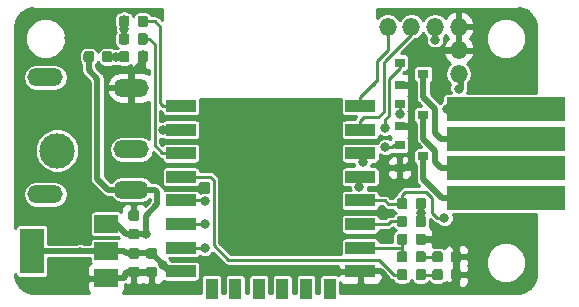
<source format=gbr>
G04 #@! TF.GenerationSoftware,KiCad,Pcbnew,5.0.1*
G04 #@! TF.CreationDate,2019-01-30T16:31:46+01:00*
G04 #@! TF.ProjectId,esp8266_rgb_strip_controller,657370383236365F736578795F737472,rev?*
G04 #@! TF.SameCoordinates,Original*
G04 #@! TF.FileFunction,Copper,L1,Top,Signal*
G04 #@! TF.FilePolarity,Positive*
%FSLAX46Y46*%
G04 Gerber Fmt 4.6, Leading zero omitted, Abs format (unit mm)*
G04 Created by KiCad (PCBNEW 5.0.1) date Wed 30 Jan 2019 04:31:46 PM CET*
%MOMM*%
%LPD*%
G01*
G04 APERTURE LIST*
G04 #@! TA.AperFunction,SMDPad,CuDef*
%ADD10R,2.500000X1.000000*%
G04 #@! TD*
G04 #@! TA.AperFunction,SMDPad,CuDef*
%ADD11R,1.000000X1.800000*%
G04 #@! TD*
G04 #@! TA.AperFunction,ComponentPad*
%ADD12O,3.000000X1.500000*%
G04 #@! TD*
G04 #@! TA.AperFunction,ComponentPad*
%ADD13C,3.000000*%
G04 #@! TD*
G04 #@! TA.AperFunction,SMDPad,CuDef*
%ADD14R,0.900000X0.800000*%
G04 #@! TD*
G04 #@! TA.AperFunction,Conductor*
%ADD15C,0.100000*%
G04 #@! TD*
G04 #@! TA.AperFunction,SMDPad,CuDef*
%ADD16C,0.875000*%
G04 #@! TD*
G04 #@! TA.AperFunction,SMDPad,CuDef*
%ADD17R,2.000000X3.800000*%
G04 #@! TD*
G04 #@! TA.AperFunction,SMDPad,CuDef*
%ADD18R,2.000000X1.500000*%
G04 #@! TD*
G04 #@! TA.AperFunction,ComponentPad*
%ADD19O,1.500000X1.500000*%
G04 #@! TD*
G04 #@! TA.AperFunction,SMDPad,CuDef*
%ADD20R,10.000000X2.000000*%
G04 #@! TD*
G04 #@! TA.AperFunction,ViaPad*
%ADD21C,0.800000*%
G04 #@! TD*
G04 #@! TA.AperFunction,Conductor*
%ADD22C,0.500000*%
G04 #@! TD*
G04 #@! TA.AperFunction,Conductor*
%ADD23C,0.250000*%
G04 #@! TD*
G04 APERTURE END LIST*
D10*
G04 #@! TO.P,U2,1*
G04 #@! TO.N,Net-(R2-Pad2)*
X109475001Y-67725001D03*
G04 #@! TO.P,U2,2*
G04 #@! TO.N,ADC*
X109475001Y-69725001D03*
G04 #@! TO.P,U2,3*
G04 #@! TO.N,Net-(R1-Pad2)*
X109475001Y-71725001D03*
G04 #@! TO.P,U2,4*
G04 #@! TO.N,Net-(R9-Pad2)*
X109475001Y-73725001D03*
G04 #@! TO.P,U2,5*
G04 #@! TO.N,PWM0*
X109475001Y-75725001D03*
G04 #@! TO.P,U2,6*
G04 #@! TO.N,PWM1*
X109475001Y-77725001D03*
G04 #@! TO.P,U2,7*
G04 #@! TO.N,PWM2*
X109475001Y-79725001D03*
G04 #@! TO.P,U2,8*
G04 #@! TO.N,+3V3*
X109475001Y-81725001D03*
D11*
G04 #@! TO.P,U2,9*
G04 #@! TO.N,Net-(U2-Pad9)*
X112075001Y-83225001D03*
G04 #@! TO.P,U2,10*
G04 #@! TO.N,Net-(U2-Pad10)*
X114075001Y-83225001D03*
G04 #@! TO.P,U2,11*
G04 #@! TO.N,Net-(U2-Pad11)*
X116075001Y-83225001D03*
G04 #@! TO.P,U2,12*
G04 #@! TO.N,Net-(U2-Pad12)*
X118075001Y-83225001D03*
G04 #@! TO.P,U2,13*
G04 #@! TO.N,Net-(U2-Pad13)*
X120075001Y-83225001D03*
G04 #@! TO.P,U2,14*
G04 #@! TO.N,Net-(U2-Pad14)*
X122075001Y-83225001D03*
D10*
G04 #@! TO.P,U2,15*
G04 #@! TO.N,GND*
X124675001Y-81725001D03*
G04 #@! TO.P,U2,16*
G04 #@! TO.N,Net-(R7-Pad2)*
X124675001Y-79725001D03*
G04 #@! TO.P,U2,17*
G04 #@! TO.N,Net-(R6-Pad2)*
X124675001Y-77725001D03*
G04 #@! TO.P,U2,18*
G04 #@! TO.N,Net-(J4-Pad1)*
X124675001Y-75725001D03*
G04 #@! TO.P,U2,19*
G04 #@! TO.N,Net-(TP1-Pad1)*
X124675001Y-73725001D03*
G04 #@! TO.P,U2,20*
G04 #@! TO.N,Net-(TP2-Pad1)*
X124675001Y-71725001D03*
G04 #@! TO.P,U2,21*
G04 #@! TO.N,Net-(J2-Pad2)*
X124675001Y-69725001D03*
G04 #@! TO.P,U2,22*
G04 #@! TO.N,Net-(J2-Pad1)*
X124675001Y-67725001D03*
G04 #@! TD*
D12*
G04 #@! TO.P,J1,1*
G04 #@! TO.N,+12V*
X105300000Y-74800000D03*
G04 #@! TO.P,J1,2*
G04 #@! TO.N,GND*
X105300000Y-66200000D03*
G04 #@! TO.P,J1,3*
G04 #@! TO.N,N/C*
X105300000Y-71400000D03*
G04 #@! TO.P,J1,*
G04 #@! TO.N,*
X98000000Y-65300000D03*
X98000000Y-75200000D03*
D13*
X99000000Y-71500000D03*
G04 #@! TD*
D14*
G04 #@! TO.P,Q1,1*
G04 #@! TO.N,PWM0*
X128000000Y-64050000D03*
G04 #@! TO.P,Q1,2*
G04 #@! TO.N,GND*
X128000000Y-65950000D03*
G04 #@! TO.P,Q1,3*
G04 #@! TO.N,SINK0*
X130000000Y-65000000D03*
G04 #@! TD*
G04 #@! TO.P,Q2,3*
G04 #@! TO.N,SINK1*
X130000000Y-68500000D03*
G04 #@! TO.P,Q2,2*
G04 #@! TO.N,GND*
X128000000Y-69450000D03*
G04 #@! TO.P,Q2,1*
G04 #@! TO.N,PWM1*
X128000000Y-67550000D03*
G04 #@! TD*
G04 #@! TO.P,Q3,1*
G04 #@! TO.N,PWM2*
X128000000Y-71050000D03*
G04 #@! TO.P,Q3,2*
G04 #@! TO.N,GND*
X128000000Y-72950000D03*
G04 #@! TO.P,Q3,3*
G04 #@! TO.N,SINK2*
X130000000Y-72000000D03*
G04 #@! TD*
D15*
G04 #@! TO.N,Net-(R1-Pad2)*
G04 #@! TO.C,R1*
G36*
X106490191Y-61576053D02*
X106511426Y-61579203D01*
X106532250Y-61584419D01*
X106552462Y-61591651D01*
X106571868Y-61600830D01*
X106590281Y-61611866D01*
X106607524Y-61624654D01*
X106623430Y-61639070D01*
X106637846Y-61654976D01*
X106650634Y-61672219D01*
X106661670Y-61690632D01*
X106670849Y-61710038D01*
X106678081Y-61730250D01*
X106683297Y-61751074D01*
X106686447Y-61772309D01*
X106687500Y-61793750D01*
X106687500Y-62306250D01*
X106686447Y-62327691D01*
X106683297Y-62348926D01*
X106678081Y-62369750D01*
X106670849Y-62389962D01*
X106661670Y-62409368D01*
X106650634Y-62427781D01*
X106637846Y-62445024D01*
X106623430Y-62460930D01*
X106607524Y-62475346D01*
X106590281Y-62488134D01*
X106571868Y-62499170D01*
X106552462Y-62508349D01*
X106532250Y-62515581D01*
X106511426Y-62520797D01*
X106490191Y-62523947D01*
X106468750Y-62525000D01*
X106031250Y-62525000D01*
X106009809Y-62523947D01*
X105988574Y-62520797D01*
X105967750Y-62515581D01*
X105947538Y-62508349D01*
X105928132Y-62499170D01*
X105909719Y-62488134D01*
X105892476Y-62475346D01*
X105876570Y-62460930D01*
X105862154Y-62445024D01*
X105849366Y-62427781D01*
X105838330Y-62409368D01*
X105829151Y-62389962D01*
X105821919Y-62369750D01*
X105816703Y-62348926D01*
X105813553Y-62327691D01*
X105812500Y-62306250D01*
X105812500Y-61793750D01*
X105813553Y-61772309D01*
X105816703Y-61751074D01*
X105821919Y-61730250D01*
X105829151Y-61710038D01*
X105838330Y-61690632D01*
X105849366Y-61672219D01*
X105862154Y-61654976D01*
X105876570Y-61639070D01*
X105892476Y-61624654D01*
X105909719Y-61611866D01*
X105928132Y-61600830D01*
X105947538Y-61591651D01*
X105967750Y-61584419D01*
X105988574Y-61579203D01*
X106009809Y-61576053D01*
X106031250Y-61575000D01*
X106468750Y-61575000D01*
X106490191Y-61576053D01*
X106490191Y-61576053D01*
G37*
D16*
G04 #@! TD*
G04 #@! TO.P,R1,2*
G04 #@! TO.N,Net-(R1-Pad2)*
X106250000Y-62050000D03*
D15*
G04 #@! TO.N,+3V3*
G04 #@! TO.C,R1*
G36*
X104915191Y-61576053D02*
X104936426Y-61579203D01*
X104957250Y-61584419D01*
X104977462Y-61591651D01*
X104996868Y-61600830D01*
X105015281Y-61611866D01*
X105032524Y-61624654D01*
X105048430Y-61639070D01*
X105062846Y-61654976D01*
X105075634Y-61672219D01*
X105086670Y-61690632D01*
X105095849Y-61710038D01*
X105103081Y-61730250D01*
X105108297Y-61751074D01*
X105111447Y-61772309D01*
X105112500Y-61793750D01*
X105112500Y-62306250D01*
X105111447Y-62327691D01*
X105108297Y-62348926D01*
X105103081Y-62369750D01*
X105095849Y-62389962D01*
X105086670Y-62409368D01*
X105075634Y-62427781D01*
X105062846Y-62445024D01*
X105048430Y-62460930D01*
X105032524Y-62475346D01*
X105015281Y-62488134D01*
X104996868Y-62499170D01*
X104977462Y-62508349D01*
X104957250Y-62515581D01*
X104936426Y-62520797D01*
X104915191Y-62523947D01*
X104893750Y-62525000D01*
X104456250Y-62525000D01*
X104434809Y-62523947D01*
X104413574Y-62520797D01*
X104392750Y-62515581D01*
X104372538Y-62508349D01*
X104353132Y-62499170D01*
X104334719Y-62488134D01*
X104317476Y-62475346D01*
X104301570Y-62460930D01*
X104287154Y-62445024D01*
X104274366Y-62427781D01*
X104263330Y-62409368D01*
X104254151Y-62389962D01*
X104246919Y-62369750D01*
X104241703Y-62348926D01*
X104238553Y-62327691D01*
X104237500Y-62306250D01*
X104237500Y-61793750D01*
X104238553Y-61772309D01*
X104241703Y-61751074D01*
X104246919Y-61730250D01*
X104254151Y-61710038D01*
X104263330Y-61690632D01*
X104274366Y-61672219D01*
X104287154Y-61654976D01*
X104301570Y-61639070D01*
X104317476Y-61624654D01*
X104334719Y-61611866D01*
X104353132Y-61600830D01*
X104372538Y-61591651D01*
X104392750Y-61584419D01*
X104413574Y-61579203D01*
X104434809Y-61576053D01*
X104456250Y-61575000D01*
X104893750Y-61575000D01*
X104915191Y-61576053D01*
X104915191Y-61576053D01*
G37*
D16*
G04 #@! TD*
G04 #@! TO.P,R1,1*
G04 #@! TO.N,+3V3*
X104675000Y-62050000D03*
D15*
G04 #@! TO.N,+3V3*
G04 #@! TO.C,R2*
G36*
X104915191Y-60076053D02*
X104936426Y-60079203D01*
X104957250Y-60084419D01*
X104977462Y-60091651D01*
X104996868Y-60100830D01*
X105015281Y-60111866D01*
X105032524Y-60124654D01*
X105048430Y-60139070D01*
X105062846Y-60154976D01*
X105075634Y-60172219D01*
X105086670Y-60190632D01*
X105095849Y-60210038D01*
X105103081Y-60230250D01*
X105108297Y-60251074D01*
X105111447Y-60272309D01*
X105112500Y-60293750D01*
X105112500Y-60806250D01*
X105111447Y-60827691D01*
X105108297Y-60848926D01*
X105103081Y-60869750D01*
X105095849Y-60889962D01*
X105086670Y-60909368D01*
X105075634Y-60927781D01*
X105062846Y-60945024D01*
X105048430Y-60960930D01*
X105032524Y-60975346D01*
X105015281Y-60988134D01*
X104996868Y-60999170D01*
X104977462Y-61008349D01*
X104957250Y-61015581D01*
X104936426Y-61020797D01*
X104915191Y-61023947D01*
X104893750Y-61025000D01*
X104456250Y-61025000D01*
X104434809Y-61023947D01*
X104413574Y-61020797D01*
X104392750Y-61015581D01*
X104372538Y-61008349D01*
X104353132Y-60999170D01*
X104334719Y-60988134D01*
X104317476Y-60975346D01*
X104301570Y-60960930D01*
X104287154Y-60945024D01*
X104274366Y-60927781D01*
X104263330Y-60909368D01*
X104254151Y-60889962D01*
X104246919Y-60869750D01*
X104241703Y-60848926D01*
X104238553Y-60827691D01*
X104237500Y-60806250D01*
X104237500Y-60293750D01*
X104238553Y-60272309D01*
X104241703Y-60251074D01*
X104246919Y-60230250D01*
X104254151Y-60210038D01*
X104263330Y-60190632D01*
X104274366Y-60172219D01*
X104287154Y-60154976D01*
X104301570Y-60139070D01*
X104317476Y-60124654D01*
X104334719Y-60111866D01*
X104353132Y-60100830D01*
X104372538Y-60091651D01*
X104392750Y-60084419D01*
X104413574Y-60079203D01*
X104434809Y-60076053D01*
X104456250Y-60075000D01*
X104893750Y-60075000D01*
X104915191Y-60076053D01*
X104915191Y-60076053D01*
G37*
D16*
G04 #@! TD*
G04 #@! TO.P,R2,1*
G04 #@! TO.N,+3V3*
X104675000Y-60550000D03*
D15*
G04 #@! TO.N,Net-(R2-Pad2)*
G04 #@! TO.C,R2*
G36*
X106490191Y-60076053D02*
X106511426Y-60079203D01*
X106532250Y-60084419D01*
X106552462Y-60091651D01*
X106571868Y-60100830D01*
X106590281Y-60111866D01*
X106607524Y-60124654D01*
X106623430Y-60139070D01*
X106637846Y-60154976D01*
X106650634Y-60172219D01*
X106661670Y-60190632D01*
X106670849Y-60210038D01*
X106678081Y-60230250D01*
X106683297Y-60251074D01*
X106686447Y-60272309D01*
X106687500Y-60293750D01*
X106687500Y-60806250D01*
X106686447Y-60827691D01*
X106683297Y-60848926D01*
X106678081Y-60869750D01*
X106670849Y-60889962D01*
X106661670Y-60909368D01*
X106650634Y-60927781D01*
X106637846Y-60945024D01*
X106623430Y-60960930D01*
X106607524Y-60975346D01*
X106590281Y-60988134D01*
X106571868Y-60999170D01*
X106552462Y-61008349D01*
X106532250Y-61015581D01*
X106511426Y-61020797D01*
X106490191Y-61023947D01*
X106468750Y-61025000D01*
X106031250Y-61025000D01*
X106009809Y-61023947D01*
X105988574Y-61020797D01*
X105967750Y-61015581D01*
X105947538Y-61008349D01*
X105928132Y-60999170D01*
X105909719Y-60988134D01*
X105892476Y-60975346D01*
X105876570Y-60960930D01*
X105862154Y-60945024D01*
X105849366Y-60927781D01*
X105838330Y-60909368D01*
X105829151Y-60889962D01*
X105821919Y-60869750D01*
X105816703Y-60848926D01*
X105813553Y-60827691D01*
X105812500Y-60806250D01*
X105812500Y-60293750D01*
X105813553Y-60272309D01*
X105816703Y-60251074D01*
X105821919Y-60230250D01*
X105829151Y-60210038D01*
X105838330Y-60190632D01*
X105849366Y-60172219D01*
X105862154Y-60154976D01*
X105876570Y-60139070D01*
X105892476Y-60124654D01*
X105909719Y-60111866D01*
X105928132Y-60100830D01*
X105947538Y-60091651D01*
X105967750Y-60084419D01*
X105988574Y-60079203D01*
X106009809Y-60076053D01*
X106031250Y-60075000D01*
X106468750Y-60075000D01*
X106490191Y-60076053D01*
X106490191Y-60076053D01*
G37*
D16*
G04 #@! TD*
G04 #@! TO.P,R2,2*
G04 #@! TO.N,Net-(R2-Pad2)*
X106250000Y-60550000D03*
D15*
G04 #@! TO.N,+12V*
G04 #@! TO.C,R3*
G36*
X101915191Y-63076053D02*
X101936426Y-63079203D01*
X101957250Y-63084419D01*
X101977462Y-63091651D01*
X101996868Y-63100830D01*
X102015281Y-63111866D01*
X102032524Y-63124654D01*
X102048430Y-63139070D01*
X102062846Y-63154976D01*
X102075634Y-63172219D01*
X102086670Y-63190632D01*
X102095849Y-63210038D01*
X102103081Y-63230250D01*
X102108297Y-63251074D01*
X102111447Y-63272309D01*
X102112500Y-63293750D01*
X102112500Y-63806250D01*
X102111447Y-63827691D01*
X102108297Y-63848926D01*
X102103081Y-63869750D01*
X102095849Y-63889962D01*
X102086670Y-63909368D01*
X102075634Y-63927781D01*
X102062846Y-63945024D01*
X102048430Y-63960930D01*
X102032524Y-63975346D01*
X102015281Y-63988134D01*
X101996868Y-63999170D01*
X101977462Y-64008349D01*
X101957250Y-64015581D01*
X101936426Y-64020797D01*
X101915191Y-64023947D01*
X101893750Y-64025000D01*
X101456250Y-64025000D01*
X101434809Y-64023947D01*
X101413574Y-64020797D01*
X101392750Y-64015581D01*
X101372538Y-64008349D01*
X101353132Y-63999170D01*
X101334719Y-63988134D01*
X101317476Y-63975346D01*
X101301570Y-63960930D01*
X101287154Y-63945024D01*
X101274366Y-63927781D01*
X101263330Y-63909368D01*
X101254151Y-63889962D01*
X101246919Y-63869750D01*
X101241703Y-63848926D01*
X101238553Y-63827691D01*
X101237500Y-63806250D01*
X101237500Y-63293750D01*
X101238553Y-63272309D01*
X101241703Y-63251074D01*
X101246919Y-63230250D01*
X101254151Y-63210038D01*
X101263330Y-63190632D01*
X101274366Y-63172219D01*
X101287154Y-63154976D01*
X101301570Y-63139070D01*
X101317476Y-63124654D01*
X101334719Y-63111866D01*
X101353132Y-63100830D01*
X101372538Y-63091651D01*
X101392750Y-63084419D01*
X101413574Y-63079203D01*
X101434809Y-63076053D01*
X101456250Y-63075000D01*
X101893750Y-63075000D01*
X101915191Y-63076053D01*
X101915191Y-63076053D01*
G37*
D16*
G04 #@! TD*
G04 #@! TO.P,R3,1*
G04 #@! TO.N,+12V*
X101675000Y-63550000D03*
D15*
G04 #@! TO.N,ADC*
G04 #@! TO.C,R3*
G36*
X103490191Y-63076053D02*
X103511426Y-63079203D01*
X103532250Y-63084419D01*
X103552462Y-63091651D01*
X103571868Y-63100830D01*
X103590281Y-63111866D01*
X103607524Y-63124654D01*
X103623430Y-63139070D01*
X103637846Y-63154976D01*
X103650634Y-63172219D01*
X103661670Y-63190632D01*
X103670849Y-63210038D01*
X103678081Y-63230250D01*
X103683297Y-63251074D01*
X103686447Y-63272309D01*
X103687500Y-63293750D01*
X103687500Y-63806250D01*
X103686447Y-63827691D01*
X103683297Y-63848926D01*
X103678081Y-63869750D01*
X103670849Y-63889962D01*
X103661670Y-63909368D01*
X103650634Y-63927781D01*
X103637846Y-63945024D01*
X103623430Y-63960930D01*
X103607524Y-63975346D01*
X103590281Y-63988134D01*
X103571868Y-63999170D01*
X103552462Y-64008349D01*
X103532250Y-64015581D01*
X103511426Y-64020797D01*
X103490191Y-64023947D01*
X103468750Y-64025000D01*
X103031250Y-64025000D01*
X103009809Y-64023947D01*
X102988574Y-64020797D01*
X102967750Y-64015581D01*
X102947538Y-64008349D01*
X102928132Y-63999170D01*
X102909719Y-63988134D01*
X102892476Y-63975346D01*
X102876570Y-63960930D01*
X102862154Y-63945024D01*
X102849366Y-63927781D01*
X102838330Y-63909368D01*
X102829151Y-63889962D01*
X102821919Y-63869750D01*
X102816703Y-63848926D01*
X102813553Y-63827691D01*
X102812500Y-63806250D01*
X102812500Y-63293750D01*
X102813553Y-63272309D01*
X102816703Y-63251074D01*
X102821919Y-63230250D01*
X102829151Y-63210038D01*
X102838330Y-63190632D01*
X102849366Y-63172219D01*
X102862154Y-63154976D01*
X102876570Y-63139070D01*
X102892476Y-63124654D01*
X102909719Y-63111866D01*
X102928132Y-63100830D01*
X102947538Y-63091651D01*
X102967750Y-63084419D01*
X102988574Y-63079203D01*
X103009809Y-63076053D01*
X103031250Y-63075000D01*
X103468750Y-63075000D01*
X103490191Y-63076053D01*
X103490191Y-63076053D01*
G37*
D16*
G04 #@! TD*
G04 #@! TO.P,R3,2*
G04 #@! TO.N,ADC*
X103250000Y-63550000D03*
D15*
G04 #@! TO.N,GND*
G04 #@! TO.C,R4*
G36*
X106490191Y-63076053D02*
X106511426Y-63079203D01*
X106532250Y-63084419D01*
X106552462Y-63091651D01*
X106571868Y-63100830D01*
X106590281Y-63111866D01*
X106607524Y-63124654D01*
X106623430Y-63139070D01*
X106637846Y-63154976D01*
X106650634Y-63172219D01*
X106661670Y-63190632D01*
X106670849Y-63210038D01*
X106678081Y-63230250D01*
X106683297Y-63251074D01*
X106686447Y-63272309D01*
X106687500Y-63293750D01*
X106687500Y-63806250D01*
X106686447Y-63827691D01*
X106683297Y-63848926D01*
X106678081Y-63869750D01*
X106670849Y-63889962D01*
X106661670Y-63909368D01*
X106650634Y-63927781D01*
X106637846Y-63945024D01*
X106623430Y-63960930D01*
X106607524Y-63975346D01*
X106590281Y-63988134D01*
X106571868Y-63999170D01*
X106552462Y-64008349D01*
X106532250Y-64015581D01*
X106511426Y-64020797D01*
X106490191Y-64023947D01*
X106468750Y-64025000D01*
X106031250Y-64025000D01*
X106009809Y-64023947D01*
X105988574Y-64020797D01*
X105967750Y-64015581D01*
X105947538Y-64008349D01*
X105928132Y-63999170D01*
X105909719Y-63988134D01*
X105892476Y-63975346D01*
X105876570Y-63960930D01*
X105862154Y-63945024D01*
X105849366Y-63927781D01*
X105838330Y-63909368D01*
X105829151Y-63889962D01*
X105821919Y-63869750D01*
X105816703Y-63848926D01*
X105813553Y-63827691D01*
X105812500Y-63806250D01*
X105812500Y-63293750D01*
X105813553Y-63272309D01*
X105816703Y-63251074D01*
X105821919Y-63230250D01*
X105829151Y-63210038D01*
X105838330Y-63190632D01*
X105849366Y-63172219D01*
X105862154Y-63154976D01*
X105876570Y-63139070D01*
X105892476Y-63124654D01*
X105909719Y-63111866D01*
X105928132Y-63100830D01*
X105947538Y-63091651D01*
X105967750Y-63084419D01*
X105988574Y-63079203D01*
X106009809Y-63076053D01*
X106031250Y-63075000D01*
X106468750Y-63075000D01*
X106490191Y-63076053D01*
X106490191Y-63076053D01*
G37*
D16*
G04 #@! TD*
G04 #@! TO.P,R4,2*
G04 #@! TO.N,GND*
X106250000Y-63550000D03*
D15*
G04 #@! TO.N,ADC*
G04 #@! TO.C,R4*
G36*
X104915191Y-63076053D02*
X104936426Y-63079203D01*
X104957250Y-63084419D01*
X104977462Y-63091651D01*
X104996868Y-63100830D01*
X105015281Y-63111866D01*
X105032524Y-63124654D01*
X105048430Y-63139070D01*
X105062846Y-63154976D01*
X105075634Y-63172219D01*
X105086670Y-63190632D01*
X105095849Y-63210038D01*
X105103081Y-63230250D01*
X105108297Y-63251074D01*
X105111447Y-63272309D01*
X105112500Y-63293750D01*
X105112500Y-63806250D01*
X105111447Y-63827691D01*
X105108297Y-63848926D01*
X105103081Y-63869750D01*
X105095849Y-63889962D01*
X105086670Y-63909368D01*
X105075634Y-63927781D01*
X105062846Y-63945024D01*
X105048430Y-63960930D01*
X105032524Y-63975346D01*
X105015281Y-63988134D01*
X104996868Y-63999170D01*
X104977462Y-64008349D01*
X104957250Y-64015581D01*
X104936426Y-64020797D01*
X104915191Y-64023947D01*
X104893750Y-64025000D01*
X104456250Y-64025000D01*
X104434809Y-64023947D01*
X104413574Y-64020797D01*
X104392750Y-64015581D01*
X104372538Y-64008349D01*
X104353132Y-63999170D01*
X104334719Y-63988134D01*
X104317476Y-63975346D01*
X104301570Y-63960930D01*
X104287154Y-63945024D01*
X104274366Y-63927781D01*
X104263330Y-63909368D01*
X104254151Y-63889962D01*
X104246919Y-63869750D01*
X104241703Y-63848926D01*
X104238553Y-63827691D01*
X104237500Y-63806250D01*
X104237500Y-63293750D01*
X104238553Y-63272309D01*
X104241703Y-63251074D01*
X104246919Y-63230250D01*
X104254151Y-63210038D01*
X104263330Y-63190632D01*
X104274366Y-63172219D01*
X104287154Y-63154976D01*
X104301570Y-63139070D01*
X104317476Y-63124654D01*
X104334719Y-63111866D01*
X104353132Y-63100830D01*
X104372538Y-63091651D01*
X104392750Y-63084419D01*
X104413574Y-63079203D01*
X104434809Y-63076053D01*
X104456250Y-63075000D01*
X104893750Y-63075000D01*
X104915191Y-63076053D01*
X104915191Y-63076053D01*
G37*
D16*
G04 #@! TD*
G04 #@! TO.P,R4,1*
G04 #@! TO.N,ADC*
X104675000Y-63550000D03*
D15*
G04 #@! TO.N,Net-(J4-Pad1)*
G04 #@! TO.C,R5*
G36*
X128452691Y-75526053D02*
X128473926Y-75529203D01*
X128494750Y-75534419D01*
X128514962Y-75541651D01*
X128534368Y-75550830D01*
X128552781Y-75561866D01*
X128570024Y-75574654D01*
X128585930Y-75589070D01*
X128600346Y-75604976D01*
X128613134Y-75622219D01*
X128624170Y-75640632D01*
X128633349Y-75660038D01*
X128640581Y-75680250D01*
X128645797Y-75701074D01*
X128648947Y-75722309D01*
X128650000Y-75743750D01*
X128650000Y-76256250D01*
X128648947Y-76277691D01*
X128645797Y-76298926D01*
X128640581Y-76319750D01*
X128633349Y-76339962D01*
X128624170Y-76359368D01*
X128613134Y-76377781D01*
X128600346Y-76395024D01*
X128585930Y-76410930D01*
X128570024Y-76425346D01*
X128552781Y-76438134D01*
X128534368Y-76449170D01*
X128514962Y-76458349D01*
X128494750Y-76465581D01*
X128473926Y-76470797D01*
X128452691Y-76473947D01*
X128431250Y-76475000D01*
X127993750Y-76475000D01*
X127972309Y-76473947D01*
X127951074Y-76470797D01*
X127930250Y-76465581D01*
X127910038Y-76458349D01*
X127890632Y-76449170D01*
X127872219Y-76438134D01*
X127854976Y-76425346D01*
X127839070Y-76410930D01*
X127824654Y-76395024D01*
X127811866Y-76377781D01*
X127800830Y-76359368D01*
X127791651Y-76339962D01*
X127784419Y-76319750D01*
X127779203Y-76298926D01*
X127776053Y-76277691D01*
X127775000Y-76256250D01*
X127775000Y-75743750D01*
X127776053Y-75722309D01*
X127779203Y-75701074D01*
X127784419Y-75680250D01*
X127791651Y-75660038D01*
X127800830Y-75640632D01*
X127811866Y-75622219D01*
X127824654Y-75604976D01*
X127839070Y-75589070D01*
X127854976Y-75574654D01*
X127872219Y-75561866D01*
X127890632Y-75550830D01*
X127910038Y-75541651D01*
X127930250Y-75534419D01*
X127951074Y-75529203D01*
X127972309Y-75526053D01*
X127993750Y-75525000D01*
X128431250Y-75525000D01*
X128452691Y-75526053D01*
X128452691Y-75526053D01*
G37*
D16*
G04 #@! TD*
G04 #@! TO.P,R5,1*
G04 #@! TO.N,Net-(J4-Pad1)*
X128212500Y-76000000D03*
D15*
G04 #@! TO.N,+3V3*
G04 #@! TO.C,R5*
G36*
X130027691Y-75526053D02*
X130048926Y-75529203D01*
X130069750Y-75534419D01*
X130089962Y-75541651D01*
X130109368Y-75550830D01*
X130127781Y-75561866D01*
X130145024Y-75574654D01*
X130160930Y-75589070D01*
X130175346Y-75604976D01*
X130188134Y-75622219D01*
X130199170Y-75640632D01*
X130208349Y-75660038D01*
X130215581Y-75680250D01*
X130220797Y-75701074D01*
X130223947Y-75722309D01*
X130225000Y-75743750D01*
X130225000Y-76256250D01*
X130223947Y-76277691D01*
X130220797Y-76298926D01*
X130215581Y-76319750D01*
X130208349Y-76339962D01*
X130199170Y-76359368D01*
X130188134Y-76377781D01*
X130175346Y-76395024D01*
X130160930Y-76410930D01*
X130145024Y-76425346D01*
X130127781Y-76438134D01*
X130109368Y-76449170D01*
X130089962Y-76458349D01*
X130069750Y-76465581D01*
X130048926Y-76470797D01*
X130027691Y-76473947D01*
X130006250Y-76475000D01*
X129568750Y-76475000D01*
X129547309Y-76473947D01*
X129526074Y-76470797D01*
X129505250Y-76465581D01*
X129485038Y-76458349D01*
X129465632Y-76449170D01*
X129447219Y-76438134D01*
X129429976Y-76425346D01*
X129414070Y-76410930D01*
X129399654Y-76395024D01*
X129386866Y-76377781D01*
X129375830Y-76359368D01*
X129366651Y-76339962D01*
X129359419Y-76319750D01*
X129354203Y-76298926D01*
X129351053Y-76277691D01*
X129350000Y-76256250D01*
X129350000Y-75743750D01*
X129351053Y-75722309D01*
X129354203Y-75701074D01*
X129359419Y-75680250D01*
X129366651Y-75660038D01*
X129375830Y-75640632D01*
X129386866Y-75622219D01*
X129399654Y-75604976D01*
X129414070Y-75589070D01*
X129429976Y-75574654D01*
X129447219Y-75561866D01*
X129465632Y-75550830D01*
X129485038Y-75541651D01*
X129505250Y-75534419D01*
X129526074Y-75529203D01*
X129547309Y-75526053D01*
X129568750Y-75525000D01*
X130006250Y-75525000D01*
X130027691Y-75526053D01*
X130027691Y-75526053D01*
G37*
D16*
G04 #@! TD*
G04 #@! TO.P,R5,2*
G04 #@! TO.N,+3V3*
X129787500Y-76000000D03*
D15*
G04 #@! TO.N,Net-(R6-Pad2)*
G04 #@! TO.C,R6*
G36*
X128452691Y-77026053D02*
X128473926Y-77029203D01*
X128494750Y-77034419D01*
X128514962Y-77041651D01*
X128534368Y-77050830D01*
X128552781Y-77061866D01*
X128570024Y-77074654D01*
X128585930Y-77089070D01*
X128600346Y-77104976D01*
X128613134Y-77122219D01*
X128624170Y-77140632D01*
X128633349Y-77160038D01*
X128640581Y-77180250D01*
X128645797Y-77201074D01*
X128648947Y-77222309D01*
X128650000Y-77243750D01*
X128650000Y-77756250D01*
X128648947Y-77777691D01*
X128645797Y-77798926D01*
X128640581Y-77819750D01*
X128633349Y-77839962D01*
X128624170Y-77859368D01*
X128613134Y-77877781D01*
X128600346Y-77895024D01*
X128585930Y-77910930D01*
X128570024Y-77925346D01*
X128552781Y-77938134D01*
X128534368Y-77949170D01*
X128514962Y-77958349D01*
X128494750Y-77965581D01*
X128473926Y-77970797D01*
X128452691Y-77973947D01*
X128431250Y-77975000D01*
X127993750Y-77975000D01*
X127972309Y-77973947D01*
X127951074Y-77970797D01*
X127930250Y-77965581D01*
X127910038Y-77958349D01*
X127890632Y-77949170D01*
X127872219Y-77938134D01*
X127854976Y-77925346D01*
X127839070Y-77910930D01*
X127824654Y-77895024D01*
X127811866Y-77877781D01*
X127800830Y-77859368D01*
X127791651Y-77839962D01*
X127784419Y-77819750D01*
X127779203Y-77798926D01*
X127776053Y-77777691D01*
X127775000Y-77756250D01*
X127775000Y-77243750D01*
X127776053Y-77222309D01*
X127779203Y-77201074D01*
X127784419Y-77180250D01*
X127791651Y-77160038D01*
X127800830Y-77140632D01*
X127811866Y-77122219D01*
X127824654Y-77104976D01*
X127839070Y-77089070D01*
X127854976Y-77074654D01*
X127872219Y-77061866D01*
X127890632Y-77050830D01*
X127910038Y-77041651D01*
X127930250Y-77034419D01*
X127951074Y-77029203D01*
X127972309Y-77026053D01*
X127993750Y-77025000D01*
X128431250Y-77025000D01*
X128452691Y-77026053D01*
X128452691Y-77026053D01*
G37*
D16*
G04 #@! TD*
G04 #@! TO.P,R6,2*
G04 #@! TO.N,Net-(R6-Pad2)*
X128212500Y-77500000D03*
D15*
G04 #@! TO.N,+3V3*
G04 #@! TO.C,R6*
G36*
X130027691Y-77026053D02*
X130048926Y-77029203D01*
X130069750Y-77034419D01*
X130089962Y-77041651D01*
X130109368Y-77050830D01*
X130127781Y-77061866D01*
X130145024Y-77074654D01*
X130160930Y-77089070D01*
X130175346Y-77104976D01*
X130188134Y-77122219D01*
X130199170Y-77140632D01*
X130208349Y-77160038D01*
X130215581Y-77180250D01*
X130220797Y-77201074D01*
X130223947Y-77222309D01*
X130225000Y-77243750D01*
X130225000Y-77756250D01*
X130223947Y-77777691D01*
X130220797Y-77798926D01*
X130215581Y-77819750D01*
X130208349Y-77839962D01*
X130199170Y-77859368D01*
X130188134Y-77877781D01*
X130175346Y-77895024D01*
X130160930Y-77910930D01*
X130145024Y-77925346D01*
X130127781Y-77938134D01*
X130109368Y-77949170D01*
X130089962Y-77958349D01*
X130069750Y-77965581D01*
X130048926Y-77970797D01*
X130027691Y-77973947D01*
X130006250Y-77975000D01*
X129568750Y-77975000D01*
X129547309Y-77973947D01*
X129526074Y-77970797D01*
X129505250Y-77965581D01*
X129485038Y-77958349D01*
X129465632Y-77949170D01*
X129447219Y-77938134D01*
X129429976Y-77925346D01*
X129414070Y-77910930D01*
X129399654Y-77895024D01*
X129386866Y-77877781D01*
X129375830Y-77859368D01*
X129366651Y-77839962D01*
X129359419Y-77819750D01*
X129354203Y-77798926D01*
X129351053Y-77777691D01*
X129350000Y-77756250D01*
X129350000Y-77243750D01*
X129351053Y-77222309D01*
X129354203Y-77201074D01*
X129359419Y-77180250D01*
X129366651Y-77160038D01*
X129375830Y-77140632D01*
X129386866Y-77122219D01*
X129399654Y-77104976D01*
X129414070Y-77089070D01*
X129429976Y-77074654D01*
X129447219Y-77061866D01*
X129465632Y-77050830D01*
X129485038Y-77041651D01*
X129505250Y-77034419D01*
X129526074Y-77029203D01*
X129547309Y-77026053D01*
X129568750Y-77025000D01*
X130006250Y-77025000D01*
X130027691Y-77026053D01*
X130027691Y-77026053D01*
G37*
D16*
G04 #@! TD*
G04 #@! TO.P,R6,1*
G04 #@! TO.N,+3V3*
X129787500Y-77500000D03*
D15*
G04 #@! TO.N,GND*
G04 #@! TO.C,R7*
G36*
X130027691Y-78526053D02*
X130048926Y-78529203D01*
X130069750Y-78534419D01*
X130089962Y-78541651D01*
X130109368Y-78550830D01*
X130127781Y-78561866D01*
X130145024Y-78574654D01*
X130160930Y-78589070D01*
X130175346Y-78604976D01*
X130188134Y-78622219D01*
X130199170Y-78640632D01*
X130208349Y-78660038D01*
X130215581Y-78680250D01*
X130220797Y-78701074D01*
X130223947Y-78722309D01*
X130225000Y-78743750D01*
X130225000Y-79256250D01*
X130223947Y-79277691D01*
X130220797Y-79298926D01*
X130215581Y-79319750D01*
X130208349Y-79339962D01*
X130199170Y-79359368D01*
X130188134Y-79377781D01*
X130175346Y-79395024D01*
X130160930Y-79410930D01*
X130145024Y-79425346D01*
X130127781Y-79438134D01*
X130109368Y-79449170D01*
X130089962Y-79458349D01*
X130069750Y-79465581D01*
X130048926Y-79470797D01*
X130027691Y-79473947D01*
X130006250Y-79475000D01*
X129568750Y-79475000D01*
X129547309Y-79473947D01*
X129526074Y-79470797D01*
X129505250Y-79465581D01*
X129485038Y-79458349D01*
X129465632Y-79449170D01*
X129447219Y-79438134D01*
X129429976Y-79425346D01*
X129414070Y-79410930D01*
X129399654Y-79395024D01*
X129386866Y-79377781D01*
X129375830Y-79359368D01*
X129366651Y-79339962D01*
X129359419Y-79319750D01*
X129354203Y-79298926D01*
X129351053Y-79277691D01*
X129350000Y-79256250D01*
X129350000Y-78743750D01*
X129351053Y-78722309D01*
X129354203Y-78701074D01*
X129359419Y-78680250D01*
X129366651Y-78660038D01*
X129375830Y-78640632D01*
X129386866Y-78622219D01*
X129399654Y-78604976D01*
X129414070Y-78589070D01*
X129429976Y-78574654D01*
X129447219Y-78561866D01*
X129465632Y-78550830D01*
X129485038Y-78541651D01*
X129505250Y-78534419D01*
X129526074Y-78529203D01*
X129547309Y-78526053D01*
X129568750Y-78525000D01*
X130006250Y-78525000D01*
X130027691Y-78526053D01*
X130027691Y-78526053D01*
G37*
D16*
G04 #@! TD*
G04 #@! TO.P,R7,1*
G04 #@! TO.N,GND*
X129787500Y-79000000D03*
D15*
G04 #@! TO.N,Net-(R7-Pad2)*
G04 #@! TO.C,R7*
G36*
X128452691Y-78526053D02*
X128473926Y-78529203D01*
X128494750Y-78534419D01*
X128514962Y-78541651D01*
X128534368Y-78550830D01*
X128552781Y-78561866D01*
X128570024Y-78574654D01*
X128585930Y-78589070D01*
X128600346Y-78604976D01*
X128613134Y-78622219D01*
X128624170Y-78640632D01*
X128633349Y-78660038D01*
X128640581Y-78680250D01*
X128645797Y-78701074D01*
X128648947Y-78722309D01*
X128650000Y-78743750D01*
X128650000Y-79256250D01*
X128648947Y-79277691D01*
X128645797Y-79298926D01*
X128640581Y-79319750D01*
X128633349Y-79339962D01*
X128624170Y-79359368D01*
X128613134Y-79377781D01*
X128600346Y-79395024D01*
X128585930Y-79410930D01*
X128570024Y-79425346D01*
X128552781Y-79438134D01*
X128534368Y-79449170D01*
X128514962Y-79458349D01*
X128494750Y-79465581D01*
X128473926Y-79470797D01*
X128452691Y-79473947D01*
X128431250Y-79475000D01*
X127993750Y-79475000D01*
X127972309Y-79473947D01*
X127951074Y-79470797D01*
X127930250Y-79465581D01*
X127910038Y-79458349D01*
X127890632Y-79449170D01*
X127872219Y-79438134D01*
X127854976Y-79425346D01*
X127839070Y-79410930D01*
X127824654Y-79395024D01*
X127811866Y-79377781D01*
X127800830Y-79359368D01*
X127791651Y-79339962D01*
X127784419Y-79319750D01*
X127779203Y-79298926D01*
X127776053Y-79277691D01*
X127775000Y-79256250D01*
X127775000Y-78743750D01*
X127776053Y-78722309D01*
X127779203Y-78701074D01*
X127784419Y-78680250D01*
X127791651Y-78660038D01*
X127800830Y-78640632D01*
X127811866Y-78622219D01*
X127824654Y-78604976D01*
X127839070Y-78589070D01*
X127854976Y-78574654D01*
X127872219Y-78561866D01*
X127890632Y-78550830D01*
X127910038Y-78541651D01*
X127930250Y-78534419D01*
X127951074Y-78529203D01*
X127972309Y-78526053D01*
X127993750Y-78525000D01*
X128431250Y-78525000D01*
X128452691Y-78526053D01*
X128452691Y-78526053D01*
G37*
D16*
G04 #@! TD*
G04 #@! TO.P,R7,2*
G04 #@! TO.N,Net-(R7-Pad2)*
X128212500Y-79000000D03*
D17*
G04 #@! TO.P,U1,2*
G04 #@! TO.N,+3V3*
X96850000Y-80000000D03*
D18*
X103150000Y-80000000D03*
G04 #@! TO.P,U1,3*
G04 #@! TO.N,+12V*
X103150000Y-77700000D03*
G04 #@! TO.P,U1,1*
G04 #@! TO.N,GND*
X103150000Y-82300000D03*
G04 #@! TD*
D15*
G04 #@! TO.N,GND*
G04 #@! TO.C,C1*
G36*
X105777691Y-76563553D02*
X105798926Y-76566703D01*
X105819750Y-76571919D01*
X105839962Y-76579151D01*
X105859368Y-76588330D01*
X105877781Y-76599366D01*
X105895024Y-76612154D01*
X105910930Y-76626570D01*
X105925346Y-76642476D01*
X105938134Y-76659719D01*
X105949170Y-76678132D01*
X105958349Y-76697538D01*
X105965581Y-76717750D01*
X105970797Y-76738574D01*
X105973947Y-76759809D01*
X105975000Y-76781250D01*
X105975000Y-77218750D01*
X105973947Y-77240191D01*
X105970797Y-77261426D01*
X105965581Y-77282250D01*
X105958349Y-77302462D01*
X105949170Y-77321868D01*
X105938134Y-77340281D01*
X105925346Y-77357524D01*
X105910930Y-77373430D01*
X105895024Y-77387846D01*
X105877781Y-77400634D01*
X105859368Y-77411670D01*
X105839962Y-77420849D01*
X105819750Y-77428081D01*
X105798926Y-77433297D01*
X105777691Y-77436447D01*
X105756250Y-77437500D01*
X105243750Y-77437500D01*
X105222309Y-77436447D01*
X105201074Y-77433297D01*
X105180250Y-77428081D01*
X105160038Y-77420849D01*
X105140632Y-77411670D01*
X105122219Y-77400634D01*
X105104976Y-77387846D01*
X105089070Y-77373430D01*
X105074654Y-77357524D01*
X105061866Y-77340281D01*
X105050830Y-77321868D01*
X105041651Y-77302462D01*
X105034419Y-77282250D01*
X105029203Y-77261426D01*
X105026053Y-77240191D01*
X105025000Y-77218750D01*
X105025000Y-76781250D01*
X105026053Y-76759809D01*
X105029203Y-76738574D01*
X105034419Y-76717750D01*
X105041651Y-76697538D01*
X105050830Y-76678132D01*
X105061866Y-76659719D01*
X105074654Y-76642476D01*
X105089070Y-76626570D01*
X105104976Y-76612154D01*
X105122219Y-76599366D01*
X105140632Y-76588330D01*
X105160038Y-76579151D01*
X105180250Y-76571919D01*
X105201074Y-76566703D01*
X105222309Y-76563553D01*
X105243750Y-76562500D01*
X105756250Y-76562500D01*
X105777691Y-76563553D01*
X105777691Y-76563553D01*
G37*
D16*
G04 #@! TD*
G04 #@! TO.P,C1,2*
G04 #@! TO.N,GND*
X105500000Y-77000000D03*
D15*
G04 #@! TO.N,+12V*
G04 #@! TO.C,C1*
G36*
X105777691Y-78138553D02*
X105798926Y-78141703D01*
X105819750Y-78146919D01*
X105839962Y-78154151D01*
X105859368Y-78163330D01*
X105877781Y-78174366D01*
X105895024Y-78187154D01*
X105910930Y-78201570D01*
X105925346Y-78217476D01*
X105938134Y-78234719D01*
X105949170Y-78253132D01*
X105958349Y-78272538D01*
X105965581Y-78292750D01*
X105970797Y-78313574D01*
X105973947Y-78334809D01*
X105975000Y-78356250D01*
X105975000Y-78793750D01*
X105973947Y-78815191D01*
X105970797Y-78836426D01*
X105965581Y-78857250D01*
X105958349Y-78877462D01*
X105949170Y-78896868D01*
X105938134Y-78915281D01*
X105925346Y-78932524D01*
X105910930Y-78948430D01*
X105895024Y-78962846D01*
X105877781Y-78975634D01*
X105859368Y-78986670D01*
X105839962Y-78995849D01*
X105819750Y-79003081D01*
X105798926Y-79008297D01*
X105777691Y-79011447D01*
X105756250Y-79012500D01*
X105243750Y-79012500D01*
X105222309Y-79011447D01*
X105201074Y-79008297D01*
X105180250Y-79003081D01*
X105160038Y-78995849D01*
X105140632Y-78986670D01*
X105122219Y-78975634D01*
X105104976Y-78962846D01*
X105089070Y-78948430D01*
X105074654Y-78932524D01*
X105061866Y-78915281D01*
X105050830Y-78896868D01*
X105041651Y-78877462D01*
X105034419Y-78857250D01*
X105029203Y-78836426D01*
X105026053Y-78815191D01*
X105025000Y-78793750D01*
X105025000Y-78356250D01*
X105026053Y-78334809D01*
X105029203Y-78313574D01*
X105034419Y-78292750D01*
X105041651Y-78272538D01*
X105050830Y-78253132D01*
X105061866Y-78234719D01*
X105074654Y-78217476D01*
X105089070Y-78201570D01*
X105104976Y-78187154D01*
X105122219Y-78174366D01*
X105140632Y-78163330D01*
X105160038Y-78154151D01*
X105180250Y-78146919D01*
X105201074Y-78141703D01*
X105222309Y-78138553D01*
X105243750Y-78137500D01*
X105756250Y-78137500D01*
X105777691Y-78138553D01*
X105777691Y-78138553D01*
G37*
D16*
G04 #@! TD*
G04 #@! TO.P,C1,1*
G04 #@! TO.N,+12V*
X105500000Y-78575000D03*
D15*
G04 #@! TO.N,+3V3*
G04 #@! TO.C,C2*
G36*
X105777691Y-79776053D02*
X105798926Y-79779203D01*
X105819750Y-79784419D01*
X105839962Y-79791651D01*
X105859368Y-79800830D01*
X105877781Y-79811866D01*
X105895024Y-79824654D01*
X105910930Y-79839070D01*
X105925346Y-79854976D01*
X105938134Y-79872219D01*
X105949170Y-79890632D01*
X105958349Y-79910038D01*
X105965581Y-79930250D01*
X105970797Y-79951074D01*
X105973947Y-79972309D01*
X105975000Y-79993750D01*
X105975000Y-80431250D01*
X105973947Y-80452691D01*
X105970797Y-80473926D01*
X105965581Y-80494750D01*
X105958349Y-80514962D01*
X105949170Y-80534368D01*
X105938134Y-80552781D01*
X105925346Y-80570024D01*
X105910930Y-80585930D01*
X105895024Y-80600346D01*
X105877781Y-80613134D01*
X105859368Y-80624170D01*
X105839962Y-80633349D01*
X105819750Y-80640581D01*
X105798926Y-80645797D01*
X105777691Y-80648947D01*
X105756250Y-80650000D01*
X105243750Y-80650000D01*
X105222309Y-80648947D01*
X105201074Y-80645797D01*
X105180250Y-80640581D01*
X105160038Y-80633349D01*
X105140632Y-80624170D01*
X105122219Y-80613134D01*
X105104976Y-80600346D01*
X105089070Y-80585930D01*
X105074654Y-80570024D01*
X105061866Y-80552781D01*
X105050830Y-80534368D01*
X105041651Y-80514962D01*
X105034419Y-80494750D01*
X105029203Y-80473926D01*
X105026053Y-80452691D01*
X105025000Y-80431250D01*
X105025000Y-79993750D01*
X105026053Y-79972309D01*
X105029203Y-79951074D01*
X105034419Y-79930250D01*
X105041651Y-79910038D01*
X105050830Y-79890632D01*
X105061866Y-79872219D01*
X105074654Y-79854976D01*
X105089070Y-79839070D01*
X105104976Y-79824654D01*
X105122219Y-79811866D01*
X105140632Y-79800830D01*
X105160038Y-79791651D01*
X105180250Y-79784419D01*
X105201074Y-79779203D01*
X105222309Y-79776053D01*
X105243750Y-79775000D01*
X105756250Y-79775000D01*
X105777691Y-79776053D01*
X105777691Y-79776053D01*
G37*
D16*
G04 #@! TD*
G04 #@! TO.P,C2,1*
G04 #@! TO.N,+3V3*
X105500000Y-80212500D03*
D15*
G04 #@! TO.N,GND*
G04 #@! TO.C,C2*
G36*
X105777691Y-81351053D02*
X105798926Y-81354203D01*
X105819750Y-81359419D01*
X105839962Y-81366651D01*
X105859368Y-81375830D01*
X105877781Y-81386866D01*
X105895024Y-81399654D01*
X105910930Y-81414070D01*
X105925346Y-81429976D01*
X105938134Y-81447219D01*
X105949170Y-81465632D01*
X105958349Y-81485038D01*
X105965581Y-81505250D01*
X105970797Y-81526074D01*
X105973947Y-81547309D01*
X105975000Y-81568750D01*
X105975000Y-82006250D01*
X105973947Y-82027691D01*
X105970797Y-82048926D01*
X105965581Y-82069750D01*
X105958349Y-82089962D01*
X105949170Y-82109368D01*
X105938134Y-82127781D01*
X105925346Y-82145024D01*
X105910930Y-82160930D01*
X105895024Y-82175346D01*
X105877781Y-82188134D01*
X105859368Y-82199170D01*
X105839962Y-82208349D01*
X105819750Y-82215581D01*
X105798926Y-82220797D01*
X105777691Y-82223947D01*
X105756250Y-82225000D01*
X105243750Y-82225000D01*
X105222309Y-82223947D01*
X105201074Y-82220797D01*
X105180250Y-82215581D01*
X105160038Y-82208349D01*
X105140632Y-82199170D01*
X105122219Y-82188134D01*
X105104976Y-82175346D01*
X105089070Y-82160930D01*
X105074654Y-82145024D01*
X105061866Y-82127781D01*
X105050830Y-82109368D01*
X105041651Y-82089962D01*
X105034419Y-82069750D01*
X105029203Y-82048926D01*
X105026053Y-82027691D01*
X105025000Y-82006250D01*
X105025000Y-81568750D01*
X105026053Y-81547309D01*
X105029203Y-81526074D01*
X105034419Y-81505250D01*
X105041651Y-81485038D01*
X105050830Y-81465632D01*
X105061866Y-81447219D01*
X105074654Y-81429976D01*
X105089070Y-81414070D01*
X105104976Y-81399654D01*
X105122219Y-81386866D01*
X105140632Y-81375830D01*
X105160038Y-81366651D01*
X105180250Y-81359419D01*
X105201074Y-81354203D01*
X105222309Y-81351053D01*
X105243750Y-81350000D01*
X105756250Y-81350000D01*
X105777691Y-81351053D01*
X105777691Y-81351053D01*
G37*
D16*
G04 #@! TD*
G04 #@! TO.P,C2,2*
G04 #@! TO.N,GND*
X105500000Y-81787500D03*
D15*
G04 #@! TO.N,GND*
G04 #@! TO.C,C3*
G36*
X107277691Y-81351053D02*
X107298926Y-81354203D01*
X107319750Y-81359419D01*
X107339962Y-81366651D01*
X107359368Y-81375830D01*
X107377781Y-81386866D01*
X107395024Y-81399654D01*
X107410930Y-81414070D01*
X107425346Y-81429976D01*
X107438134Y-81447219D01*
X107449170Y-81465632D01*
X107458349Y-81485038D01*
X107465581Y-81505250D01*
X107470797Y-81526074D01*
X107473947Y-81547309D01*
X107475000Y-81568750D01*
X107475000Y-82006250D01*
X107473947Y-82027691D01*
X107470797Y-82048926D01*
X107465581Y-82069750D01*
X107458349Y-82089962D01*
X107449170Y-82109368D01*
X107438134Y-82127781D01*
X107425346Y-82145024D01*
X107410930Y-82160930D01*
X107395024Y-82175346D01*
X107377781Y-82188134D01*
X107359368Y-82199170D01*
X107339962Y-82208349D01*
X107319750Y-82215581D01*
X107298926Y-82220797D01*
X107277691Y-82223947D01*
X107256250Y-82225000D01*
X106743750Y-82225000D01*
X106722309Y-82223947D01*
X106701074Y-82220797D01*
X106680250Y-82215581D01*
X106660038Y-82208349D01*
X106640632Y-82199170D01*
X106622219Y-82188134D01*
X106604976Y-82175346D01*
X106589070Y-82160930D01*
X106574654Y-82145024D01*
X106561866Y-82127781D01*
X106550830Y-82109368D01*
X106541651Y-82089962D01*
X106534419Y-82069750D01*
X106529203Y-82048926D01*
X106526053Y-82027691D01*
X106525000Y-82006250D01*
X106525000Y-81568750D01*
X106526053Y-81547309D01*
X106529203Y-81526074D01*
X106534419Y-81505250D01*
X106541651Y-81485038D01*
X106550830Y-81465632D01*
X106561866Y-81447219D01*
X106574654Y-81429976D01*
X106589070Y-81414070D01*
X106604976Y-81399654D01*
X106622219Y-81386866D01*
X106640632Y-81375830D01*
X106660038Y-81366651D01*
X106680250Y-81359419D01*
X106701074Y-81354203D01*
X106722309Y-81351053D01*
X106743750Y-81350000D01*
X107256250Y-81350000D01*
X107277691Y-81351053D01*
X107277691Y-81351053D01*
G37*
D16*
G04 #@! TD*
G04 #@! TO.P,C3,2*
G04 #@! TO.N,GND*
X107000000Y-81787500D03*
D15*
G04 #@! TO.N,+3V3*
G04 #@! TO.C,C3*
G36*
X107277691Y-79776053D02*
X107298926Y-79779203D01*
X107319750Y-79784419D01*
X107339962Y-79791651D01*
X107359368Y-79800830D01*
X107377781Y-79811866D01*
X107395024Y-79824654D01*
X107410930Y-79839070D01*
X107425346Y-79854976D01*
X107438134Y-79872219D01*
X107449170Y-79890632D01*
X107458349Y-79910038D01*
X107465581Y-79930250D01*
X107470797Y-79951074D01*
X107473947Y-79972309D01*
X107475000Y-79993750D01*
X107475000Y-80431250D01*
X107473947Y-80452691D01*
X107470797Y-80473926D01*
X107465581Y-80494750D01*
X107458349Y-80514962D01*
X107449170Y-80534368D01*
X107438134Y-80552781D01*
X107425346Y-80570024D01*
X107410930Y-80585930D01*
X107395024Y-80600346D01*
X107377781Y-80613134D01*
X107359368Y-80624170D01*
X107339962Y-80633349D01*
X107319750Y-80640581D01*
X107298926Y-80645797D01*
X107277691Y-80648947D01*
X107256250Y-80650000D01*
X106743750Y-80650000D01*
X106722309Y-80648947D01*
X106701074Y-80645797D01*
X106680250Y-80640581D01*
X106660038Y-80633349D01*
X106640632Y-80624170D01*
X106622219Y-80613134D01*
X106604976Y-80600346D01*
X106589070Y-80585930D01*
X106574654Y-80570024D01*
X106561866Y-80552781D01*
X106550830Y-80534368D01*
X106541651Y-80514962D01*
X106534419Y-80494750D01*
X106529203Y-80473926D01*
X106526053Y-80452691D01*
X106525000Y-80431250D01*
X106525000Y-79993750D01*
X106526053Y-79972309D01*
X106529203Y-79951074D01*
X106534419Y-79930250D01*
X106541651Y-79910038D01*
X106550830Y-79890632D01*
X106561866Y-79872219D01*
X106574654Y-79854976D01*
X106589070Y-79839070D01*
X106604976Y-79824654D01*
X106622219Y-79811866D01*
X106640632Y-79800830D01*
X106660038Y-79791651D01*
X106680250Y-79784419D01*
X106701074Y-79779203D01*
X106722309Y-79776053D01*
X106743750Y-79775000D01*
X107256250Y-79775000D01*
X107277691Y-79776053D01*
X107277691Y-79776053D01*
G37*
D16*
G04 #@! TD*
G04 #@! TO.P,C3,1*
G04 #@! TO.N,+3V3*
X107000000Y-80212500D03*
D19*
G04 #@! TO.P,J2,4*
G04 #@! TO.N,GND*
X133000000Y-61000000D03*
G04 #@! TO.P,J2,3*
G04 #@! TO.N,+3V3*
X131000000Y-61000000D03*
G04 #@! TO.P,J2,2*
G04 #@! TO.N,Net-(J2-Pad2)*
X129000000Y-61000000D03*
G04 #@! TO.P,J2,1*
G04 #@! TO.N,Net-(J2-Pad1)*
X127000000Y-61000000D03*
G04 #@! TD*
G04 #@! TO.P,J4,2*
G04 #@! TO.N,GND*
X133000000Y-63000000D03*
G04 #@! TO.P,J4,1*
G04 #@! TO.N,Net-(J4-Pad1)*
X133000000Y-65000000D03*
G04 #@! TD*
D15*
G04 #@! TO.N,GND*
G04 #@! TO.C,D1*
G36*
X133027691Y-80026053D02*
X133048926Y-80029203D01*
X133069750Y-80034419D01*
X133089962Y-80041651D01*
X133109368Y-80050830D01*
X133127781Y-80061866D01*
X133145024Y-80074654D01*
X133160930Y-80089070D01*
X133175346Y-80104976D01*
X133188134Y-80122219D01*
X133199170Y-80140632D01*
X133208349Y-80160038D01*
X133215581Y-80180250D01*
X133220797Y-80201074D01*
X133223947Y-80222309D01*
X133225000Y-80243750D01*
X133225000Y-80756250D01*
X133223947Y-80777691D01*
X133220797Y-80798926D01*
X133215581Y-80819750D01*
X133208349Y-80839962D01*
X133199170Y-80859368D01*
X133188134Y-80877781D01*
X133175346Y-80895024D01*
X133160930Y-80910930D01*
X133145024Y-80925346D01*
X133127781Y-80938134D01*
X133109368Y-80949170D01*
X133089962Y-80958349D01*
X133069750Y-80965581D01*
X133048926Y-80970797D01*
X133027691Y-80973947D01*
X133006250Y-80975000D01*
X132568750Y-80975000D01*
X132547309Y-80973947D01*
X132526074Y-80970797D01*
X132505250Y-80965581D01*
X132485038Y-80958349D01*
X132465632Y-80949170D01*
X132447219Y-80938134D01*
X132429976Y-80925346D01*
X132414070Y-80910930D01*
X132399654Y-80895024D01*
X132386866Y-80877781D01*
X132375830Y-80859368D01*
X132366651Y-80839962D01*
X132359419Y-80819750D01*
X132354203Y-80798926D01*
X132351053Y-80777691D01*
X132350000Y-80756250D01*
X132350000Y-80243750D01*
X132351053Y-80222309D01*
X132354203Y-80201074D01*
X132359419Y-80180250D01*
X132366651Y-80160038D01*
X132375830Y-80140632D01*
X132386866Y-80122219D01*
X132399654Y-80104976D01*
X132414070Y-80089070D01*
X132429976Y-80074654D01*
X132447219Y-80061866D01*
X132465632Y-80050830D01*
X132485038Y-80041651D01*
X132505250Y-80034419D01*
X132526074Y-80029203D01*
X132547309Y-80026053D01*
X132568750Y-80025000D01*
X133006250Y-80025000D01*
X133027691Y-80026053D01*
X133027691Y-80026053D01*
G37*
D16*
G04 #@! TD*
G04 #@! TO.P,D1,1*
G04 #@! TO.N,GND*
X132787500Y-80500000D03*
D15*
G04 #@! TO.N,Net-(D1-Pad2)*
G04 #@! TO.C,D1*
G36*
X131452691Y-80026053D02*
X131473926Y-80029203D01*
X131494750Y-80034419D01*
X131514962Y-80041651D01*
X131534368Y-80050830D01*
X131552781Y-80061866D01*
X131570024Y-80074654D01*
X131585930Y-80089070D01*
X131600346Y-80104976D01*
X131613134Y-80122219D01*
X131624170Y-80140632D01*
X131633349Y-80160038D01*
X131640581Y-80180250D01*
X131645797Y-80201074D01*
X131648947Y-80222309D01*
X131650000Y-80243750D01*
X131650000Y-80756250D01*
X131648947Y-80777691D01*
X131645797Y-80798926D01*
X131640581Y-80819750D01*
X131633349Y-80839962D01*
X131624170Y-80859368D01*
X131613134Y-80877781D01*
X131600346Y-80895024D01*
X131585930Y-80910930D01*
X131570024Y-80925346D01*
X131552781Y-80938134D01*
X131534368Y-80949170D01*
X131514962Y-80958349D01*
X131494750Y-80965581D01*
X131473926Y-80970797D01*
X131452691Y-80973947D01*
X131431250Y-80975000D01*
X130993750Y-80975000D01*
X130972309Y-80973947D01*
X130951074Y-80970797D01*
X130930250Y-80965581D01*
X130910038Y-80958349D01*
X130890632Y-80949170D01*
X130872219Y-80938134D01*
X130854976Y-80925346D01*
X130839070Y-80910930D01*
X130824654Y-80895024D01*
X130811866Y-80877781D01*
X130800830Y-80859368D01*
X130791651Y-80839962D01*
X130784419Y-80819750D01*
X130779203Y-80798926D01*
X130776053Y-80777691D01*
X130775000Y-80756250D01*
X130775000Y-80243750D01*
X130776053Y-80222309D01*
X130779203Y-80201074D01*
X130784419Y-80180250D01*
X130791651Y-80160038D01*
X130800830Y-80140632D01*
X130811866Y-80122219D01*
X130824654Y-80104976D01*
X130839070Y-80089070D01*
X130854976Y-80074654D01*
X130872219Y-80061866D01*
X130890632Y-80050830D01*
X130910038Y-80041651D01*
X130930250Y-80034419D01*
X130951074Y-80029203D01*
X130972309Y-80026053D01*
X130993750Y-80025000D01*
X131431250Y-80025000D01*
X131452691Y-80026053D01*
X131452691Y-80026053D01*
G37*
D16*
G04 #@! TD*
G04 #@! TO.P,D1,2*
G04 #@! TO.N,Net-(D1-Pad2)*
X131212500Y-80500000D03*
D15*
G04 #@! TO.N,Net-(D2-Pad2)*
G04 #@! TO.C,D2*
G36*
X131452691Y-81526053D02*
X131473926Y-81529203D01*
X131494750Y-81534419D01*
X131514962Y-81541651D01*
X131534368Y-81550830D01*
X131552781Y-81561866D01*
X131570024Y-81574654D01*
X131585930Y-81589070D01*
X131600346Y-81604976D01*
X131613134Y-81622219D01*
X131624170Y-81640632D01*
X131633349Y-81660038D01*
X131640581Y-81680250D01*
X131645797Y-81701074D01*
X131648947Y-81722309D01*
X131650000Y-81743750D01*
X131650000Y-82256250D01*
X131648947Y-82277691D01*
X131645797Y-82298926D01*
X131640581Y-82319750D01*
X131633349Y-82339962D01*
X131624170Y-82359368D01*
X131613134Y-82377781D01*
X131600346Y-82395024D01*
X131585930Y-82410930D01*
X131570024Y-82425346D01*
X131552781Y-82438134D01*
X131534368Y-82449170D01*
X131514962Y-82458349D01*
X131494750Y-82465581D01*
X131473926Y-82470797D01*
X131452691Y-82473947D01*
X131431250Y-82475000D01*
X130993750Y-82475000D01*
X130972309Y-82473947D01*
X130951074Y-82470797D01*
X130930250Y-82465581D01*
X130910038Y-82458349D01*
X130890632Y-82449170D01*
X130872219Y-82438134D01*
X130854976Y-82425346D01*
X130839070Y-82410930D01*
X130824654Y-82395024D01*
X130811866Y-82377781D01*
X130800830Y-82359368D01*
X130791651Y-82339962D01*
X130784419Y-82319750D01*
X130779203Y-82298926D01*
X130776053Y-82277691D01*
X130775000Y-82256250D01*
X130775000Y-81743750D01*
X130776053Y-81722309D01*
X130779203Y-81701074D01*
X130784419Y-81680250D01*
X130791651Y-81660038D01*
X130800830Y-81640632D01*
X130811866Y-81622219D01*
X130824654Y-81604976D01*
X130839070Y-81589070D01*
X130854976Y-81574654D01*
X130872219Y-81561866D01*
X130890632Y-81550830D01*
X130910038Y-81541651D01*
X130930250Y-81534419D01*
X130951074Y-81529203D01*
X130972309Y-81526053D01*
X130993750Y-81525000D01*
X131431250Y-81525000D01*
X131452691Y-81526053D01*
X131452691Y-81526053D01*
G37*
D16*
G04 #@! TD*
G04 #@! TO.P,D2,2*
G04 #@! TO.N,Net-(D2-Pad2)*
X131212500Y-82000000D03*
D15*
G04 #@! TO.N,GND*
G04 #@! TO.C,D2*
G36*
X133027691Y-81526053D02*
X133048926Y-81529203D01*
X133069750Y-81534419D01*
X133089962Y-81541651D01*
X133109368Y-81550830D01*
X133127781Y-81561866D01*
X133145024Y-81574654D01*
X133160930Y-81589070D01*
X133175346Y-81604976D01*
X133188134Y-81622219D01*
X133199170Y-81640632D01*
X133208349Y-81660038D01*
X133215581Y-81680250D01*
X133220797Y-81701074D01*
X133223947Y-81722309D01*
X133225000Y-81743750D01*
X133225000Y-82256250D01*
X133223947Y-82277691D01*
X133220797Y-82298926D01*
X133215581Y-82319750D01*
X133208349Y-82339962D01*
X133199170Y-82359368D01*
X133188134Y-82377781D01*
X133175346Y-82395024D01*
X133160930Y-82410930D01*
X133145024Y-82425346D01*
X133127781Y-82438134D01*
X133109368Y-82449170D01*
X133089962Y-82458349D01*
X133069750Y-82465581D01*
X133048926Y-82470797D01*
X133027691Y-82473947D01*
X133006250Y-82475000D01*
X132568750Y-82475000D01*
X132547309Y-82473947D01*
X132526074Y-82470797D01*
X132505250Y-82465581D01*
X132485038Y-82458349D01*
X132465632Y-82449170D01*
X132447219Y-82438134D01*
X132429976Y-82425346D01*
X132414070Y-82410930D01*
X132399654Y-82395024D01*
X132386866Y-82377781D01*
X132375830Y-82359368D01*
X132366651Y-82339962D01*
X132359419Y-82319750D01*
X132354203Y-82298926D01*
X132351053Y-82277691D01*
X132350000Y-82256250D01*
X132350000Y-81743750D01*
X132351053Y-81722309D01*
X132354203Y-81701074D01*
X132359419Y-81680250D01*
X132366651Y-81660038D01*
X132375830Y-81640632D01*
X132386866Y-81622219D01*
X132399654Y-81604976D01*
X132414070Y-81589070D01*
X132429976Y-81574654D01*
X132447219Y-81561866D01*
X132465632Y-81550830D01*
X132485038Y-81541651D01*
X132505250Y-81534419D01*
X132526074Y-81529203D01*
X132547309Y-81526053D01*
X132568750Y-81525000D01*
X133006250Y-81525000D01*
X133027691Y-81526053D01*
X133027691Y-81526053D01*
G37*
D16*
G04 #@! TD*
G04 #@! TO.P,D2,1*
G04 #@! TO.N,GND*
X132787500Y-82000000D03*
D15*
G04 #@! TO.N,Net-(D1-Pad2)*
G04 #@! TO.C,R8*
G36*
X130027691Y-80026053D02*
X130048926Y-80029203D01*
X130069750Y-80034419D01*
X130089962Y-80041651D01*
X130109368Y-80050830D01*
X130127781Y-80061866D01*
X130145024Y-80074654D01*
X130160930Y-80089070D01*
X130175346Y-80104976D01*
X130188134Y-80122219D01*
X130199170Y-80140632D01*
X130208349Y-80160038D01*
X130215581Y-80180250D01*
X130220797Y-80201074D01*
X130223947Y-80222309D01*
X130225000Y-80243750D01*
X130225000Y-80756250D01*
X130223947Y-80777691D01*
X130220797Y-80798926D01*
X130215581Y-80819750D01*
X130208349Y-80839962D01*
X130199170Y-80859368D01*
X130188134Y-80877781D01*
X130175346Y-80895024D01*
X130160930Y-80910930D01*
X130145024Y-80925346D01*
X130127781Y-80938134D01*
X130109368Y-80949170D01*
X130089962Y-80958349D01*
X130069750Y-80965581D01*
X130048926Y-80970797D01*
X130027691Y-80973947D01*
X130006250Y-80975000D01*
X129568750Y-80975000D01*
X129547309Y-80973947D01*
X129526074Y-80970797D01*
X129505250Y-80965581D01*
X129485038Y-80958349D01*
X129465632Y-80949170D01*
X129447219Y-80938134D01*
X129429976Y-80925346D01*
X129414070Y-80910930D01*
X129399654Y-80895024D01*
X129386866Y-80877781D01*
X129375830Y-80859368D01*
X129366651Y-80839962D01*
X129359419Y-80819750D01*
X129354203Y-80798926D01*
X129351053Y-80777691D01*
X129350000Y-80756250D01*
X129350000Y-80243750D01*
X129351053Y-80222309D01*
X129354203Y-80201074D01*
X129359419Y-80180250D01*
X129366651Y-80160038D01*
X129375830Y-80140632D01*
X129386866Y-80122219D01*
X129399654Y-80104976D01*
X129414070Y-80089070D01*
X129429976Y-80074654D01*
X129447219Y-80061866D01*
X129465632Y-80050830D01*
X129485038Y-80041651D01*
X129505250Y-80034419D01*
X129526074Y-80029203D01*
X129547309Y-80026053D01*
X129568750Y-80025000D01*
X130006250Y-80025000D01*
X130027691Y-80026053D01*
X130027691Y-80026053D01*
G37*
D16*
G04 #@! TD*
G04 #@! TO.P,R8,1*
G04 #@! TO.N,Net-(D1-Pad2)*
X129787500Y-80500000D03*
D15*
G04 #@! TO.N,Net-(R7-Pad2)*
G04 #@! TO.C,R8*
G36*
X128452691Y-80026053D02*
X128473926Y-80029203D01*
X128494750Y-80034419D01*
X128514962Y-80041651D01*
X128534368Y-80050830D01*
X128552781Y-80061866D01*
X128570024Y-80074654D01*
X128585930Y-80089070D01*
X128600346Y-80104976D01*
X128613134Y-80122219D01*
X128624170Y-80140632D01*
X128633349Y-80160038D01*
X128640581Y-80180250D01*
X128645797Y-80201074D01*
X128648947Y-80222309D01*
X128650000Y-80243750D01*
X128650000Y-80756250D01*
X128648947Y-80777691D01*
X128645797Y-80798926D01*
X128640581Y-80819750D01*
X128633349Y-80839962D01*
X128624170Y-80859368D01*
X128613134Y-80877781D01*
X128600346Y-80895024D01*
X128585930Y-80910930D01*
X128570024Y-80925346D01*
X128552781Y-80938134D01*
X128534368Y-80949170D01*
X128514962Y-80958349D01*
X128494750Y-80965581D01*
X128473926Y-80970797D01*
X128452691Y-80973947D01*
X128431250Y-80975000D01*
X127993750Y-80975000D01*
X127972309Y-80973947D01*
X127951074Y-80970797D01*
X127930250Y-80965581D01*
X127910038Y-80958349D01*
X127890632Y-80949170D01*
X127872219Y-80938134D01*
X127854976Y-80925346D01*
X127839070Y-80910930D01*
X127824654Y-80895024D01*
X127811866Y-80877781D01*
X127800830Y-80859368D01*
X127791651Y-80839962D01*
X127784419Y-80819750D01*
X127779203Y-80798926D01*
X127776053Y-80777691D01*
X127775000Y-80756250D01*
X127775000Y-80243750D01*
X127776053Y-80222309D01*
X127779203Y-80201074D01*
X127784419Y-80180250D01*
X127791651Y-80160038D01*
X127800830Y-80140632D01*
X127811866Y-80122219D01*
X127824654Y-80104976D01*
X127839070Y-80089070D01*
X127854976Y-80074654D01*
X127872219Y-80061866D01*
X127890632Y-80050830D01*
X127910038Y-80041651D01*
X127930250Y-80034419D01*
X127951074Y-80029203D01*
X127972309Y-80026053D01*
X127993750Y-80025000D01*
X128431250Y-80025000D01*
X128452691Y-80026053D01*
X128452691Y-80026053D01*
G37*
D16*
G04 #@! TD*
G04 #@! TO.P,R8,2*
G04 #@! TO.N,Net-(R7-Pad2)*
X128212500Y-80500000D03*
D15*
G04 #@! TO.N,Net-(R9-Pad2)*
G04 #@! TO.C,R9*
G36*
X128452691Y-81526053D02*
X128473926Y-81529203D01*
X128494750Y-81534419D01*
X128514962Y-81541651D01*
X128534368Y-81550830D01*
X128552781Y-81561866D01*
X128570024Y-81574654D01*
X128585930Y-81589070D01*
X128600346Y-81604976D01*
X128613134Y-81622219D01*
X128624170Y-81640632D01*
X128633349Y-81660038D01*
X128640581Y-81680250D01*
X128645797Y-81701074D01*
X128648947Y-81722309D01*
X128650000Y-81743750D01*
X128650000Y-82256250D01*
X128648947Y-82277691D01*
X128645797Y-82298926D01*
X128640581Y-82319750D01*
X128633349Y-82339962D01*
X128624170Y-82359368D01*
X128613134Y-82377781D01*
X128600346Y-82395024D01*
X128585930Y-82410930D01*
X128570024Y-82425346D01*
X128552781Y-82438134D01*
X128534368Y-82449170D01*
X128514962Y-82458349D01*
X128494750Y-82465581D01*
X128473926Y-82470797D01*
X128452691Y-82473947D01*
X128431250Y-82475000D01*
X127993750Y-82475000D01*
X127972309Y-82473947D01*
X127951074Y-82470797D01*
X127930250Y-82465581D01*
X127910038Y-82458349D01*
X127890632Y-82449170D01*
X127872219Y-82438134D01*
X127854976Y-82425346D01*
X127839070Y-82410930D01*
X127824654Y-82395024D01*
X127811866Y-82377781D01*
X127800830Y-82359368D01*
X127791651Y-82339962D01*
X127784419Y-82319750D01*
X127779203Y-82298926D01*
X127776053Y-82277691D01*
X127775000Y-82256250D01*
X127775000Y-81743750D01*
X127776053Y-81722309D01*
X127779203Y-81701074D01*
X127784419Y-81680250D01*
X127791651Y-81660038D01*
X127800830Y-81640632D01*
X127811866Y-81622219D01*
X127824654Y-81604976D01*
X127839070Y-81589070D01*
X127854976Y-81574654D01*
X127872219Y-81561866D01*
X127890632Y-81550830D01*
X127910038Y-81541651D01*
X127930250Y-81534419D01*
X127951074Y-81529203D01*
X127972309Y-81526053D01*
X127993750Y-81525000D01*
X128431250Y-81525000D01*
X128452691Y-81526053D01*
X128452691Y-81526053D01*
G37*
D16*
G04 #@! TD*
G04 #@! TO.P,R9,2*
G04 #@! TO.N,Net-(R9-Pad2)*
X128212500Y-82000000D03*
D15*
G04 #@! TO.N,Net-(D2-Pad2)*
G04 #@! TO.C,R9*
G36*
X130027691Y-81526053D02*
X130048926Y-81529203D01*
X130069750Y-81534419D01*
X130089962Y-81541651D01*
X130109368Y-81550830D01*
X130127781Y-81561866D01*
X130145024Y-81574654D01*
X130160930Y-81589070D01*
X130175346Y-81604976D01*
X130188134Y-81622219D01*
X130199170Y-81640632D01*
X130208349Y-81660038D01*
X130215581Y-81680250D01*
X130220797Y-81701074D01*
X130223947Y-81722309D01*
X130225000Y-81743750D01*
X130225000Y-82256250D01*
X130223947Y-82277691D01*
X130220797Y-82298926D01*
X130215581Y-82319750D01*
X130208349Y-82339962D01*
X130199170Y-82359368D01*
X130188134Y-82377781D01*
X130175346Y-82395024D01*
X130160930Y-82410930D01*
X130145024Y-82425346D01*
X130127781Y-82438134D01*
X130109368Y-82449170D01*
X130089962Y-82458349D01*
X130069750Y-82465581D01*
X130048926Y-82470797D01*
X130027691Y-82473947D01*
X130006250Y-82475000D01*
X129568750Y-82475000D01*
X129547309Y-82473947D01*
X129526074Y-82470797D01*
X129505250Y-82465581D01*
X129485038Y-82458349D01*
X129465632Y-82449170D01*
X129447219Y-82438134D01*
X129429976Y-82425346D01*
X129414070Y-82410930D01*
X129399654Y-82395024D01*
X129386866Y-82377781D01*
X129375830Y-82359368D01*
X129366651Y-82339962D01*
X129359419Y-82319750D01*
X129354203Y-82298926D01*
X129351053Y-82277691D01*
X129350000Y-82256250D01*
X129350000Y-81743750D01*
X129351053Y-81722309D01*
X129354203Y-81701074D01*
X129359419Y-81680250D01*
X129366651Y-81660038D01*
X129375830Y-81640632D01*
X129386866Y-81622219D01*
X129399654Y-81604976D01*
X129414070Y-81589070D01*
X129429976Y-81574654D01*
X129447219Y-81561866D01*
X129465632Y-81550830D01*
X129485038Y-81541651D01*
X129505250Y-81534419D01*
X129526074Y-81529203D01*
X129547309Y-81526053D01*
X129568750Y-81525000D01*
X130006250Y-81525000D01*
X130027691Y-81526053D01*
X130027691Y-81526053D01*
G37*
D16*
G04 #@! TD*
G04 #@! TO.P,R9,1*
G04 #@! TO.N,Net-(D2-Pad2)*
X129787500Y-82000000D03*
D20*
G04 #@! TO.P,J3,1*
G04 #@! TO.N,+12V*
X137000000Y-68000000D03*
G04 #@! TO.P,J3,2*
G04 #@! TO.N,SINK0*
X137000000Y-70500000D03*
G04 #@! TO.P,J3,3*
G04 #@! TO.N,SINK1*
X137000000Y-73000000D03*
G04 #@! TO.P,J3,4*
G04 #@! TO.N,SINK2*
X137000000Y-75500000D03*
G04 #@! TD*
D21*
G04 #@! TO.N,+12V*
X106500000Y-78575000D03*
X132000000Y-68000000D03*
G04 #@! TO.N,GND*
X100000000Y-60000000D03*
X102000000Y-60000000D03*
X134000000Y-78500000D03*
X100000000Y-62000000D03*
X105300000Y-68100000D03*
X101000000Y-77500000D03*
X101000000Y-82500000D03*
X99000000Y-82500000D03*
X99000000Y-77500000D03*
X116000000Y-73500000D03*
X120000000Y-69500000D03*
X116000000Y-69500000D03*
X112000000Y-69500000D03*
X132000000Y-83000000D03*
X96000000Y-67000000D03*
X96000000Y-69000000D03*
X96000000Y-71000000D03*
X96000000Y-73000000D03*
X96000000Y-77000000D03*
X98000000Y-69000000D03*
X98000000Y-67000000D03*
X100000000Y-67000000D03*
X100000000Y-69000000D03*
X120000000Y-73500000D03*
X120000000Y-79500000D03*
X116000000Y-79500000D03*
X131750000Y-78500000D03*
X127987347Y-74487347D03*
G04 #@! TO.N,+3V3*
X108000000Y-81212500D03*
X129787500Y-76750000D03*
X131000000Y-62150000D03*
X104675000Y-61200000D03*
G04 #@! TO.N,PWM0*
X111500000Y-75750000D03*
X126800000Y-69600000D03*
G04 #@! TO.N,PWM2*
X111500000Y-79750000D03*
X126800000Y-71200000D03*
G04 #@! TO.N,PWM1*
X111500000Y-77750000D03*
X128000000Y-68400000D03*
G04 #@! TO.N,ADC*
X107975000Y-69737347D03*
X104000000Y-63600000D03*
G04 #@! TO.N,Net-(J4-Pad1)*
X133000000Y-66250000D03*
X131800000Y-77200000D03*
G04 #@! TO.N,Net-(TP1-Pad1)*
X124580858Y-74580858D03*
G04 #@! TO.N,Net-(TP2-Pad1)*
X124875020Y-72500000D03*
G04 #@! TD*
D22*
G04 #@! TO.N,+12V*
X105300000Y-74800000D02*
X105300000Y-75200000D01*
X105200000Y-74800000D02*
X105300000Y-74800000D01*
X103950000Y-77700000D02*
X103150000Y-77700000D01*
X105500000Y-78575000D02*
X104825000Y-78575000D01*
X104825000Y-78575000D02*
X103950000Y-77700000D01*
X107300000Y-74800000D02*
X107500000Y-75000000D01*
X105300000Y-74800000D02*
X107300000Y-74800000D01*
X103300000Y-74800000D02*
X102400000Y-73900000D01*
X105300000Y-74800000D02*
X103300000Y-74800000D01*
X101675000Y-64675000D02*
X102400000Y-65400000D01*
X101675000Y-63550000D02*
X101675000Y-64675000D01*
X102400000Y-73900000D02*
X102400000Y-65400000D01*
X105500000Y-78575000D02*
X106500000Y-78575000D01*
X106500000Y-77000000D02*
X107500000Y-76000000D01*
X106500000Y-78575000D02*
X106500000Y-77000000D01*
X107500000Y-75000000D02*
X107500000Y-76000000D01*
X137000000Y-68000000D02*
X132000000Y-68000000D01*
G04 #@! TO.N,GND*
X132787500Y-80500000D02*
X132787500Y-82000000D01*
X129787500Y-79000000D02*
X132000000Y-79000000D01*
X132787500Y-79787500D02*
X132000000Y-79000000D01*
X132787500Y-80500000D02*
X132787500Y-79787500D01*
X133000000Y-61000000D02*
X133000000Y-63000000D01*
X105500000Y-81787500D02*
X107000000Y-81787500D01*
X103150000Y-82300000D02*
X104200000Y-82300000D01*
X104925000Y-81787500D02*
X104750000Y-81962500D01*
X105500000Y-81787500D02*
X104925000Y-81787500D01*
X104650000Y-82300000D02*
X103150000Y-82300000D01*
X104750000Y-82200000D02*
X104650000Y-82300000D01*
X104750000Y-81962500D02*
X104750000Y-82200000D01*
X105300000Y-66200000D02*
X105300000Y-64950000D01*
X106250000Y-64000000D02*
X105300000Y-64950000D01*
X106250000Y-63250000D02*
X106250000Y-64000000D01*
X132787500Y-82575000D02*
X132112500Y-83250000D01*
X132787500Y-82000000D02*
X132787500Y-82575000D01*
X132112500Y-83250000D02*
X127500000Y-83250000D01*
X127500000Y-83250000D02*
X126750000Y-82500000D01*
X126750000Y-82500000D02*
X126750000Y-82063186D01*
X126411815Y-81725001D02*
X126750000Y-82063186D01*
X124675001Y-81725001D02*
X126411815Y-81725001D01*
X128000000Y-65950000D02*
X128060002Y-65950000D01*
X133000000Y-63000000D02*
X129750000Y-63000000D01*
X129000000Y-63750000D02*
X129700000Y-63050000D01*
X128550000Y-72950000D02*
X129000000Y-72500000D01*
X128000000Y-72950000D02*
X128550000Y-72950000D01*
X129750000Y-63000000D02*
X129700000Y-63050000D01*
X128950000Y-65950000D02*
X129000000Y-66000000D01*
X128000000Y-65950000D02*
X128950000Y-65950000D01*
X129000000Y-66000000D02*
X129000000Y-63750000D01*
X128950000Y-69450000D02*
X129000000Y-69500000D01*
X128000000Y-69450000D02*
X128950000Y-69450000D01*
X129000000Y-72500000D02*
X129000000Y-69500000D01*
X129000000Y-69500000D02*
X129000000Y-66000000D01*
X105300000Y-66200000D02*
X105300000Y-68100000D01*
X128000000Y-72950000D02*
X128000000Y-74474694D01*
X128000000Y-74474694D02*
X127987347Y-74487347D01*
D23*
G04 #@! TO.N,Net-(J2-Pad1)*
X124675001Y-66975001D02*
X124675001Y-67725001D01*
X127000000Y-61000000D02*
X127000000Y-62900000D01*
X124675001Y-66975001D02*
X125999980Y-65650022D01*
X125800000Y-65850002D02*
X124675001Y-66975001D01*
X126100000Y-65550002D02*
X125800000Y-65850002D01*
X127000000Y-61000000D02*
X127000000Y-63000000D01*
X126100000Y-63900000D02*
X126100000Y-65550002D01*
X127000000Y-63000000D02*
X126100000Y-63900000D01*
G04 #@! TO.N,Net-(J2-Pad2)*
X129000000Y-61000000D02*
X129000000Y-61700000D01*
X124675001Y-68975001D02*
X124675001Y-69725001D01*
X124950002Y-68700000D02*
X124675001Y-68975001D01*
X126200000Y-68700000D02*
X124950002Y-68700000D01*
X126449990Y-68450010D02*
X126200000Y-68700000D01*
X126649990Y-68250010D02*
X126649990Y-64050010D01*
X126649990Y-64050010D02*
X127200000Y-63500000D01*
X126200000Y-68700000D02*
X126649990Y-68250010D01*
X129000000Y-61700000D02*
X127200000Y-63500000D01*
X127200000Y-63500000D02*
X126800000Y-63900000D01*
D22*
G04 #@! TO.N,+3V3*
X109475001Y-81725001D02*
X108475001Y-81725001D01*
X108475001Y-81725001D02*
X108475001Y-81687501D01*
X105500000Y-80212500D02*
X107000000Y-80212500D01*
X104862500Y-80212500D02*
X105500000Y-80212500D01*
X103150000Y-80000000D02*
X104650000Y-80000000D01*
X104650000Y-80000000D02*
X104862500Y-80212500D01*
X100950001Y-79950001D02*
X101000000Y-80000000D01*
X97850000Y-80000000D02*
X101000000Y-80000000D01*
X101000000Y-80000000D02*
X104150000Y-80000000D01*
X108000000Y-81212500D02*
X107000000Y-80212500D01*
X108475001Y-81687501D02*
X108000000Y-81212500D01*
X129787500Y-77500000D02*
X129787500Y-76750000D01*
X129787500Y-76750000D02*
X129787500Y-76000000D01*
X131000000Y-62150000D02*
X131000000Y-61000000D01*
X104675000Y-61750000D02*
X104675000Y-61400000D01*
X104675000Y-60550000D02*
X104675000Y-61200000D01*
X104675000Y-61400000D02*
X104675000Y-61200000D01*
X104675000Y-61200000D02*
X104675000Y-60250000D01*
G04 #@! TO.N,SINK2*
X133000000Y-75620000D02*
X132370000Y-75620000D01*
X130000000Y-72900000D02*
X130000000Y-72000000D01*
X131563186Y-75500000D02*
X130000000Y-73936814D01*
X130000000Y-73936814D02*
X130000000Y-72900000D01*
X136200000Y-75500000D02*
X131563186Y-75500000D01*
G04 #@! TO.N,SINK1*
X131500000Y-73000000D02*
X131000000Y-72500000D01*
X137000000Y-73000000D02*
X131500000Y-73000000D01*
X130000000Y-70500000D02*
X131000000Y-71500000D01*
X130000000Y-68500000D02*
X130000000Y-70500000D01*
X131000000Y-72500000D02*
X131000000Y-71500000D01*
G04 #@! TO.N,SINK0*
X131500000Y-70500000D02*
X131000000Y-70000000D01*
X137000000Y-70500000D02*
X131500000Y-70500000D01*
X131000000Y-70000000D02*
X131000000Y-68000000D01*
X130000000Y-67000000D02*
X130000000Y-65500000D01*
X131000000Y-68000000D02*
X130000000Y-67000000D01*
X130000000Y-65900000D02*
X130000000Y-65500000D01*
X130000000Y-65500000D02*
X130000000Y-65000000D01*
D23*
G04 #@! TO.N,PWM0*
X111475001Y-75725001D02*
X111500000Y-75750000D01*
X109475001Y-75725001D02*
X111475001Y-75725001D01*
X126800000Y-68834315D02*
X126800000Y-69400000D01*
X128000000Y-64050000D02*
X128000000Y-64514998D01*
X127100000Y-68534315D02*
X126800000Y-68834315D01*
X127100000Y-65414998D02*
X127100000Y-68534315D01*
X128000000Y-64514998D02*
X127100000Y-65414998D01*
G04 #@! TO.N,Net-(R1-Pad2)*
X107250000Y-63500000D02*
X107250000Y-64250000D01*
X107250000Y-64250000D02*
X107250000Y-63750000D01*
X109475001Y-71725001D02*
X107925001Y-71725001D01*
X107250000Y-71050000D02*
X107250000Y-70000000D01*
X107925001Y-71725001D02*
X107250000Y-71050000D01*
X107250000Y-70000000D02*
X107250000Y-64250000D01*
X106800000Y-62050000D02*
X107250000Y-62500000D01*
X106250000Y-62050000D02*
X106800000Y-62050000D01*
X107250000Y-62500000D02*
X107250000Y-63750000D01*
G04 #@! TO.N,Net-(R2-Pad2)*
X107975001Y-67725001D02*
X107750000Y-67500000D01*
X109475001Y-67725001D02*
X107975001Y-67725001D01*
X107750000Y-67500000D02*
X107750000Y-61000000D01*
X107300000Y-60550000D02*
X107750000Y-61000000D01*
X106250000Y-60550000D02*
X107300000Y-60550000D01*
G04 #@! TO.N,PWM2*
X109475001Y-79725001D02*
X111475001Y-79725001D01*
X111475001Y-79725001D02*
X111500000Y-79750000D01*
X127950000Y-71000000D02*
X128000000Y-71050000D01*
X128000000Y-71050000D02*
X127550000Y-71050000D01*
X127515685Y-71050000D02*
X127550000Y-71050000D01*
X127365685Y-71200000D02*
X127515685Y-71050000D01*
X126800000Y-71200000D02*
X127365685Y-71200000D01*
G04 #@! TO.N,PWM1*
X109475001Y-77725001D02*
X111475001Y-77725001D01*
X111475001Y-77725001D02*
X111500000Y-77750000D01*
X127950000Y-67500000D02*
X128000000Y-67550000D01*
X128000000Y-67550000D02*
X128000000Y-68400000D01*
G04 #@! TO.N,ADC*
X109475001Y-69725001D02*
X108725001Y-69725001D01*
X109462655Y-69737347D02*
X109475001Y-69725001D01*
X107975000Y-69737347D02*
X109462655Y-69737347D01*
X103950000Y-63550000D02*
X104000000Y-63600000D01*
X103250000Y-63550000D02*
X103950000Y-63550000D01*
X104050000Y-63550000D02*
X104000000Y-63600000D01*
X104675000Y-63550000D02*
X104050000Y-63550000D01*
G04 #@! TO.N,Net-(J4-Pad1)*
X124675001Y-75725001D02*
X126725001Y-75725001D01*
X127000000Y-76000000D02*
X128212500Y-76000000D01*
X126725001Y-75725001D02*
X127000000Y-76000000D01*
X133250000Y-65250000D02*
X133000000Y-65000000D01*
X133250000Y-66250000D02*
X133250000Y-65250000D01*
X133000000Y-65000000D02*
X133000000Y-66250000D01*
X130750000Y-75500000D02*
X130250000Y-75000000D01*
X131200000Y-77200000D02*
X130750000Y-76750000D01*
X130750000Y-76750000D02*
X130750000Y-75500000D01*
X130250000Y-75000000D02*
X128500000Y-75000000D01*
X128212500Y-75287500D02*
X128212500Y-76000000D01*
X131800000Y-77200000D02*
X131200000Y-77200000D01*
X128500000Y-75000000D02*
X128212500Y-75287500D01*
G04 #@! TO.N,Net-(R6-Pad2)*
X124675001Y-77725001D02*
X127024999Y-77725001D01*
X127250000Y-77500000D02*
X128212500Y-77500000D01*
X127024999Y-77725001D02*
X127250000Y-77500000D01*
G04 #@! TO.N,Net-(R7-Pad2)*
X128187501Y-79725001D02*
X128212500Y-79750000D01*
X124675001Y-79725001D02*
X128187501Y-79725001D01*
X128212500Y-80500000D02*
X128212500Y-79750000D01*
X128212500Y-79750000D02*
X128212500Y-79000000D01*
G04 #@! TO.N,Net-(R9-Pad2)*
X111975001Y-73725001D02*
X109475001Y-73725001D01*
X127500000Y-82000000D02*
X126250000Y-80750000D01*
X126250000Y-80750000D02*
X113500000Y-80750000D01*
X113500000Y-80750000D02*
X112250000Y-79500000D01*
X128212500Y-82000000D02*
X127500000Y-82000000D01*
X112250000Y-79500000D02*
X112250000Y-74000000D01*
X112250000Y-74000000D02*
X111975001Y-73725001D01*
G04 #@! TO.N,Net-(D1-Pad2)*
X131212500Y-80500000D02*
X129787500Y-80500000D01*
G04 #@! TO.N,Net-(D2-Pad2)*
X129787500Y-82000000D02*
X131212500Y-82000000D01*
G04 #@! TO.N,Net-(TP1-Pad1)*
X124675001Y-73725001D02*
X124675001Y-74486715D01*
X124675001Y-74486715D02*
X124580858Y-74580858D01*
G04 #@! TO.N,Net-(TP2-Pad1)*
X124675001Y-71725001D02*
X124675001Y-72299981D01*
X124675001Y-72299981D02*
X124875020Y-72500000D01*
G04 #@! TD*
G04 #@! TO.N,GND*
G36*
X139525001Y-82046779D02*
X139532971Y-82086848D01*
X139483292Y-82433746D01*
X139301935Y-82832620D01*
X139015912Y-83164565D01*
X138648228Y-83402886D01*
X138213520Y-83532892D01*
X138121012Y-83539766D01*
X138046779Y-83525000D01*
X122957347Y-83525000D01*
X122957347Y-82652544D01*
X123066436Y-82761633D01*
X123299090Y-82858001D01*
X124387751Y-82858001D01*
X124546001Y-82699751D01*
X124546001Y-81854001D01*
X122950251Y-81854001D01*
X122792001Y-82012251D01*
X122792001Y-82018988D01*
X122721318Y-81971759D01*
X122575001Y-81942655D01*
X121575001Y-81942655D01*
X121428684Y-81971759D01*
X121304642Y-82054642D01*
X121221759Y-82178684D01*
X121192655Y-82325001D01*
X121192655Y-83525000D01*
X120957347Y-83525000D01*
X120957347Y-82325001D01*
X120928243Y-82178684D01*
X120845360Y-82054642D01*
X120721318Y-81971759D01*
X120575001Y-81942655D01*
X119575001Y-81942655D01*
X119428684Y-81971759D01*
X119304642Y-82054642D01*
X119221759Y-82178684D01*
X119192655Y-82325001D01*
X119192655Y-83525000D01*
X118957347Y-83525000D01*
X118957347Y-82325001D01*
X118928243Y-82178684D01*
X118845360Y-82054642D01*
X118721318Y-81971759D01*
X118575001Y-81942655D01*
X117575001Y-81942655D01*
X117428684Y-81971759D01*
X117304642Y-82054642D01*
X117221759Y-82178684D01*
X117192655Y-82325001D01*
X117192655Y-83525000D01*
X116957347Y-83525000D01*
X116957347Y-82325001D01*
X116928243Y-82178684D01*
X116845360Y-82054642D01*
X116721318Y-81971759D01*
X116575001Y-81942655D01*
X115575001Y-81942655D01*
X115428684Y-81971759D01*
X115304642Y-82054642D01*
X115221759Y-82178684D01*
X115192655Y-82325001D01*
X115192655Y-83525000D01*
X114957347Y-83525000D01*
X114957347Y-82325001D01*
X114928243Y-82178684D01*
X114845360Y-82054642D01*
X114721318Y-81971759D01*
X114575001Y-81942655D01*
X113575001Y-81942655D01*
X113428684Y-81971759D01*
X113304642Y-82054642D01*
X113221759Y-82178684D01*
X113192655Y-82325001D01*
X113192655Y-83525000D01*
X112957347Y-83525000D01*
X112957347Y-82325001D01*
X112928243Y-82178684D01*
X112845360Y-82054642D01*
X112721318Y-81971759D01*
X112575001Y-81942655D01*
X111575001Y-81942655D01*
X111428684Y-81971759D01*
X111304642Y-82054642D01*
X111221759Y-82178684D01*
X111192655Y-82325001D01*
X111192655Y-83525000D01*
X104570197Y-83525000D01*
X104686631Y-83408566D01*
X104783000Y-83175912D01*
X104783000Y-82809914D01*
X104899088Y-82858000D01*
X105212750Y-82858000D01*
X105371000Y-82699750D01*
X105371000Y-81916500D01*
X105629000Y-81916500D01*
X105629000Y-82699750D01*
X105787250Y-82858000D01*
X106100912Y-82858000D01*
X106250000Y-82796245D01*
X106399088Y-82858000D01*
X106712750Y-82858000D01*
X106871000Y-82699750D01*
X106871000Y-81916500D01*
X105629000Y-81916500D01*
X105371000Y-81916500D01*
X105351000Y-81916500D01*
X105351000Y-81658500D01*
X105371000Y-81658500D01*
X105371000Y-81638500D01*
X105629000Y-81638500D01*
X105629000Y-81658500D01*
X106871000Y-81658500D01*
X106871000Y-81638500D01*
X107129000Y-81638500D01*
X107129000Y-81658500D01*
X107149000Y-81658500D01*
X107149000Y-81916500D01*
X107129000Y-81916500D01*
X107129000Y-82699750D01*
X107287250Y-82858000D01*
X107600912Y-82858000D01*
X107833566Y-82761631D01*
X108011632Y-82583565D01*
X108027894Y-82544306D01*
X108078684Y-82578243D01*
X108225001Y-82607347D01*
X110725001Y-82607347D01*
X110871318Y-82578243D01*
X110995360Y-82495360D01*
X111078243Y-82371318D01*
X111107347Y-82225001D01*
X111107347Y-81225001D01*
X111078243Y-81078684D01*
X110995360Y-80954642D01*
X110871318Y-80871759D01*
X110725001Y-80842655D01*
X108685659Y-80842655D01*
X108657013Y-80773498D01*
X108490862Y-80607347D01*
X110725001Y-80607347D01*
X110871318Y-80578243D01*
X110995360Y-80495360D01*
X111057038Y-80403053D01*
X111060998Y-80407013D01*
X111345843Y-80525000D01*
X111654157Y-80525000D01*
X111939002Y-80407013D01*
X112157013Y-80189002D01*
X112178946Y-80136052D01*
X113111625Y-81068732D01*
X113139520Y-81110480D01*
X113223262Y-81166434D01*
X113304909Y-81220989D01*
X113500000Y-81259795D01*
X113549243Y-81250000D01*
X122792001Y-81250000D01*
X122792001Y-81437751D01*
X122950251Y-81596001D01*
X124546001Y-81596001D01*
X124546001Y-81576001D01*
X124804001Y-81576001D01*
X124804001Y-81596001D01*
X124824001Y-81596001D01*
X124824001Y-81854001D01*
X124804001Y-81854001D01*
X124804001Y-82699751D01*
X124962251Y-82858001D01*
X126050912Y-82858001D01*
X126283566Y-82761633D01*
X126461632Y-82583567D01*
X126558001Y-82350913D01*
X126558001Y-82012251D01*
X126399753Y-81854003D01*
X126558001Y-81854003D01*
X126558001Y-81765107D01*
X127111625Y-82318732D01*
X127139520Y-82360480D01*
X127227518Y-82419278D01*
X127304909Y-82470989D01*
X127381777Y-82486279D01*
X127440703Y-82498000D01*
X127447091Y-82499271D01*
X127568711Y-82681289D01*
X127763721Y-82811590D01*
X127993750Y-82857346D01*
X128431250Y-82857346D01*
X128661279Y-82811590D01*
X128856289Y-82681289D01*
X128986590Y-82486279D01*
X129000000Y-82418863D01*
X129013410Y-82486279D01*
X129143711Y-82681289D01*
X129338721Y-82811590D01*
X129568750Y-82857346D01*
X130006250Y-82857346D01*
X130236279Y-82811590D01*
X130431289Y-82681289D01*
X130500000Y-82578455D01*
X130568711Y-82681289D01*
X130763721Y-82811590D01*
X130993750Y-82857346D01*
X131431250Y-82857346D01*
X131661279Y-82811590D01*
X131773270Y-82736760D01*
X131813369Y-82833566D01*
X131991435Y-83011632D01*
X132224089Y-83108000D01*
X132500250Y-83108000D01*
X132658500Y-82949750D01*
X132658500Y-82129000D01*
X132916500Y-82129000D01*
X132916500Y-82949750D01*
X133074750Y-83108000D01*
X133350911Y-83108000D01*
X133583565Y-83011632D01*
X133761631Y-82833566D01*
X133858000Y-82600912D01*
X133858000Y-82287250D01*
X133699750Y-82129000D01*
X132916500Y-82129000D01*
X132658500Y-82129000D01*
X132638500Y-82129000D01*
X132638500Y-81871000D01*
X132658500Y-81871000D01*
X132658500Y-80629000D01*
X132916500Y-80629000D01*
X132916500Y-81871000D01*
X133699750Y-81871000D01*
X133858000Y-81712750D01*
X133858000Y-81399088D01*
X133796245Y-81250000D01*
X133858000Y-81100912D01*
X133858000Y-80787250D01*
X133727626Y-80656876D01*
X135275000Y-80656876D01*
X135275000Y-81343124D01*
X135537615Y-81977134D01*
X136022866Y-82462385D01*
X136656876Y-82725000D01*
X137343124Y-82725000D01*
X137977134Y-82462385D01*
X138462385Y-81977134D01*
X138725000Y-81343124D01*
X138725000Y-80656876D01*
X138462385Y-80022866D01*
X137977134Y-79537615D01*
X137343124Y-79275000D01*
X136656876Y-79275000D01*
X136022866Y-79537615D01*
X135537615Y-80022866D01*
X135275000Y-80656876D01*
X133727626Y-80656876D01*
X133699750Y-80629000D01*
X132916500Y-80629000D01*
X132658500Y-80629000D01*
X132638500Y-80629000D01*
X132638500Y-80371000D01*
X132658500Y-80371000D01*
X132658500Y-79550250D01*
X132916500Y-79550250D01*
X132916500Y-80371000D01*
X133699750Y-80371000D01*
X133858000Y-80212750D01*
X133858000Y-79899088D01*
X133761631Y-79666434D01*
X133583565Y-79488368D01*
X133350911Y-79392000D01*
X133074750Y-79392000D01*
X132916500Y-79550250D01*
X132658500Y-79550250D01*
X132500250Y-79392000D01*
X132224089Y-79392000D01*
X131991435Y-79488368D01*
X131813369Y-79666434D01*
X131773270Y-79763240D01*
X131661279Y-79688410D01*
X131431250Y-79642654D01*
X130993750Y-79642654D01*
X130826968Y-79675829D01*
X130858000Y-79600912D01*
X130858000Y-79287250D01*
X130699750Y-79129000D01*
X129916500Y-79129000D01*
X129916500Y-79149000D01*
X129658500Y-79149000D01*
X129658500Y-79129000D01*
X129638500Y-79129000D01*
X129638500Y-78871000D01*
X129658500Y-78871000D01*
X129658500Y-78851000D01*
X129916500Y-78851000D01*
X129916500Y-78871000D01*
X130699750Y-78871000D01*
X130858000Y-78712750D01*
X130858000Y-78399088D01*
X130761631Y-78166434D01*
X130583565Y-77988368D01*
X130562879Y-77979800D01*
X130607346Y-77756250D01*
X130607346Y-77314452D01*
X130811625Y-77518732D01*
X130839520Y-77560480D01*
X131004910Y-77670989D01*
X131150757Y-77700000D01*
X131150758Y-77700000D01*
X131199999Y-77709795D01*
X131211494Y-77707509D01*
X131360998Y-77857013D01*
X131645843Y-77975000D01*
X131954157Y-77975000D01*
X132239002Y-77857013D01*
X132457013Y-77639002D01*
X132575000Y-77354157D01*
X132575000Y-77045843D01*
X132507277Y-76882346D01*
X139525001Y-76882346D01*
X139525001Y-82046779D01*
X139525001Y-82046779D01*
G37*
X139525001Y-82046779D02*
X139532971Y-82086848D01*
X139483292Y-82433746D01*
X139301935Y-82832620D01*
X139015912Y-83164565D01*
X138648228Y-83402886D01*
X138213520Y-83532892D01*
X138121012Y-83539766D01*
X138046779Y-83525000D01*
X122957347Y-83525000D01*
X122957347Y-82652544D01*
X123066436Y-82761633D01*
X123299090Y-82858001D01*
X124387751Y-82858001D01*
X124546001Y-82699751D01*
X124546001Y-81854001D01*
X122950251Y-81854001D01*
X122792001Y-82012251D01*
X122792001Y-82018988D01*
X122721318Y-81971759D01*
X122575001Y-81942655D01*
X121575001Y-81942655D01*
X121428684Y-81971759D01*
X121304642Y-82054642D01*
X121221759Y-82178684D01*
X121192655Y-82325001D01*
X121192655Y-83525000D01*
X120957347Y-83525000D01*
X120957347Y-82325001D01*
X120928243Y-82178684D01*
X120845360Y-82054642D01*
X120721318Y-81971759D01*
X120575001Y-81942655D01*
X119575001Y-81942655D01*
X119428684Y-81971759D01*
X119304642Y-82054642D01*
X119221759Y-82178684D01*
X119192655Y-82325001D01*
X119192655Y-83525000D01*
X118957347Y-83525000D01*
X118957347Y-82325001D01*
X118928243Y-82178684D01*
X118845360Y-82054642D01*
X118721318Y-81971759D01*
X118575001Y-81942655D01*
X117575001Y-81942655D01*
X117428684Y-81971759D01*
X117304642Y-82054642D01*
X117221759Y-82178684D01*
X117192655Y-82325001D01*
X117192655Y-83525000D01*
X116957347Y-83525000D01*
X116957347Y-82325001D01*
X116928243Y-82178684D01*
X116845360Y-82054642D01*
X116721318Y-81971759D01*
X116575001Y-81942655D01*
X115575001Y-81942655D01*
X115428684Y-81971759D01*
X115304642Y-82054642D01*
X115221759Y-82178684D01*
X115192655Y-82325001D01*
X115192655Y-83525000D01*
X114957347Y-83525000D01*
X114957347Y-82325001D01*
X114928243Y-82178684D01*
X114845360Y-82054642D01*
X114721318Y-81971759D01*
X114575001Y-81942655D01*
X113575001Y-81942655D01*
X113428684Y-81971759D01*
X113304642Y-82054642D01*
X113221759Y-82178684D01*
X113192655Y-82325001D01*
X113192655Y-83525000D01*
X112957347Y-83525000D01*
X112957347Y-82325001D01*
X112928243Y-82178684D01*
X112845360Y-82054642D01*
X112721318Y-81971759D01*
X112575001Y-81942655D01*
X111575001Y-81942655D01*
X111428684Y-81971759D01*
X111304642Y-82054642D01*
X111221759Y-82178684D01*
X111192655Y-82325001D01*
X111192655Y-83525000D01*
X104570197Y-83525000D01*
X104686631Y-83408566D01*
X104783000Y-83175912D01*
X104783000Y-82809914D01*
X104899088Y-82858000D01*
X105212750Y-82858000D01*
X105371000Y-82699750D01*
X105371000Y-81916500D01*
X105629000Y-81916500D01*
X105629000Y-82699750D01*
X105787250Y-82858000D01*
X106100912Y-82858000D01*
X106250000Y-82796245D01*
X106399088Y-82858000D01*
X106712750Y-82858000D01*
X106871000Y-82699750D01*
X106871000Y-81916500D01*
X105629000Y-81916500D01*
X105371000Y-81916500D01*
X105351000Y-81916500D01*
X105351000Y-81658500D01*
X105371000Y-81658500D01*
X105371000Y-81638500D01*
X105629000Y-81638500D01*
X105629000Y-81658500D01*
X106871000Y-81658500D01*
X106871000Y-81638500D01*
X107129000Y-81638500D01*
X107129000Y-81658500D01*
X107149000Y-81658500D01*
X107149000Y-81916500D01*
X107129000Y-81916500D01*
X107129000Y-82699750D01*
X107287250Y-82858000D01*
X107600912Y-82858000D01*
X107833566Y-82761631D01*
X108011632Y-82583565D01*
X108027894Y-82544306D01*
X108078684Y-82578243D01*
X108225001Y-82607347D01*
X110725001Y-82607347D01*
X110871318Y-82578243D01*
X110995360Y-82495360D01*
X111078243Y-82371318D01*
X111107347Y-82225001D01*
X111107347Y-81225001D01*
X111078243Y-81078684D01*
X110995360Y-80954642D01*
X110871318Y-80871759D01*
X110725001Y-80842655D01*
X108685659Y-80842655D01*
X108657013Y-80773498D01*
X108490862Y-80607347D01*
X110725001Y-80607347D01*
X110871318Y-80578243D01*
X110995360Y-80495360D01*
X111057038Y-80403053D01*
X111060998Y-80407013D01*
X111345843Y-80525000D01*
X111654157Y-80525000D01*
X111939002Y-80407013D01*
X112157013Y-80189002D01*
X112178946Y-80136052D01*
X113111625Y-81068732D01*
X113139520Y-81110480D01*
X113223262Y-81166434D01*
X113304909Y-81220989D01*
X113500000Y-81259795D01*
X113549243Y-81250000D01*
X122792001Y-81250000D01*
X122792001Y-81437751D01*
X122950251Y-81596001D01*
X124546001Y-81596001D01*
X124546001Y-81576001D01*
X124804001Y-81576001D01*
X124804001Y-81596001D01*
X124824001Y-81596001D01*
X124824001Y-81854001D01*
X124804001Y-81854001D01*
X124804001Y-82699751D01*
X124962251Y-82858001D01*
X126050912Y-82858001D01*
X126283566Y-82761633D01*
X126461632Y-82583567D01*
X126558001Y-82350913D01*
X126558001Y-82012251D01*
X126399753Y-81854003D01*
X126558001Y-81854003D01*
X126558001Y-81765107D01*
X127111625Y-82318732D01*
X127139520Y-82360480D01*
X127227518Y-82419278D01*
X127304909Y-82470989D01*
X127381777Y-82486279D01*
X127440703Y-82498000D01*
X127447091Y-82499271D01*
X127568711Y-82681289D01*
X127763721Y-82811590D01*
X127993750Y-82857346D01*
X128431250Y-82857346D01*
X128661279Y-82811590D01*
X128856289Y-82681289D01*
X128986590Y-82486279D01*
X129000000Y-82418863D01*
X129013410Y-82486279D01*
X129143711Y-82681289D01*
X129338721Y-82811590D01*
X129568750Y-82857346D01*
X130006250Y-82857346D01*
X130236279Y-82811590D01*
X130431289Y-82681289D01*
X130500000Y-82578455D01*
X130568711Y-82681289D01*
X130763721Y-82811590D01*
X130993750Y-82857346D01*
X131431250Y-82857346D01*
X131661279Y-82811590D01*
X131773270Y-82736760D01*
X131813369Y-82833566D01*
X131991435Y-83011632D01*
X132224089Y-83108000D01*
X132500250Y-83108000D01*
X132658500Y-82949750D01*
X132658500Y-82129000D01*
X132916500Y-82129000D01*
X132916500Y-82949750D01*
X133074750Y-83108000D01*
X133350911Y-83108000D01*
X133583565Y-83011632D01*
X133761631Y-82833566D01*
X133858000Y-82600912D01*
X133858000Y-82287250D01*
X133699750Y-82129000D01*
X132916500Y-82129000D01*
X132658500Y-82129000D01*
X132638500Y-82129000D01*
X132638500Y-81871000D01*
X132658500Y-81871000D01*
X132658500Y-80629000D01*
X132916500Y-80629000D01*
X132916500Y-81871000D01*
X133699750Y-81871000D01*
X133858000Y-81712750D01*
X133858000Y-81399088D01*
X133796245Y-81250000D01*
X133858000Y-81100912D01*
X133858000Y-80787250D01*
X133727626Y-80656876D01*
X135275000Y-80656876D01*
X135275000Y-81343124D01*
X135537615Y-81977134D01*
X136022866Y-82462385D01*
X136656876Y-82725000D01*
X137343124Y-82725000D01*
X137977134Y-82462385D01*
X138462385Y-81977134D01*
X138725000Y-81343124D01*
X138725000Y-80656876D01*
X138462385Y-80022866D01*
X137977134Y-79537615D01*
X137343124Y-79275000D01*
X136656876Y-79275000D01*
X136022866Y-79537615D01*
X135537615Y-80022866D01*
X135275000Y-80656876D01*
X133727626Y-80656876D01*
X133699750Y-80629000D01*
X132916500Y-80629000D01*
X132658500Y-80629000D01*
X132638500Y-80629000D01*
X132638500Y-80371000D01*
X132658500Y-80371000D01*
X132658500Y-79550250D01*
X132916500Y-79550250D01*
X132916500Y-80371000D01*
X133699750Y-80371000D01*
X133858000Y-80212750D01*
X133858000Y-79899088D01*
X133761631Y-79666434D01*
X133583565Y-79488368D01*
X133350911Y-79392000D01*
X133074750Y-79392000D01*
X132916500Y-79550250D01*
X132658500Y-79550250D01*
X132500250Y-79392000D01*
X132224089Y-79392000D01*
X131991435Y-79488368D01*
X131813369Y-79666434D01*
X131773270Y-79763240D01*
X131661279Y-79688410D01*
X131431250Y-79642654D01*
X130993750Y-79642654D01*
X130826968Y-79675829D01*
X130858000Y-79600912D01*
X130858000Y-79287250D01*
X130699750Y-79129000D01*
X129916500Y-79129000D01*
X129916500Y-79149000D01*
X129658500Y-79149000D01*
X129658500Y-79129000D01*
X129638500Y-79129000D01*
X129638500Y-78871000D01*
X129658500Y-78871000D01*
X129658500Y-78851000D01*
X129916500Y-78851000D01*
X129916500Y-78871000D01*
X130699750Y-78871000D01*
X130858000Y-78712750D01*
X130858000Y-78399088D01*
X130761631Y-78166434D01*
X130583565Y-77988368D01*
X130562879Y-77979800D01*
X130607346Y-77756250D01*
X130607346Y-77314452D01*
X130811625Y-77518732D01*
X130839520Y-77560480D01*
X131004910Y-77670989D01*
X131150757Y-77700000D01*
X131150758Y-77700000D01*
X131199999Y-77709795D01*
X131211494Y-77707509D01*
X131360998Y-77857013D01*
X131645843Y-77975000D01*
X131954157Y-77975000D01*
X132239002Y-77857013D01*
X132457013Y-77639002D01*
X132575000Y-77354157D01*
X132575000Y-77045843D01*
X132507277Y-76882346D01*
X139525001Y-76882346D01*
X139525001Y-82046779D01*
G36*
X100999999Y-80637244D02*
X101061553Y-80625000D01*
X101767654Y-80625000D01*
X101767654Y-80750000D01*
X101796758Y-80896317D01*
X101856862Y-80986268D01*
X101791435Y-81013368D01*
X101613369Y-81191434D01*
X101517000Y-81424088D01*
X101517000Y-82012750D01*
X101675250Y-82171000D01*
X103021000Y-82171000D01*
X103021000Y-82151000D01*
X103279000Y-82151000D01*
X103279000Y-82171000D01*
X103299000Y-82171000D01*
X103299000Y-82429000D01*
X103279000Y-82429000D01*
X103279000Y-82449000D01*
X103021000Y-82449000D01*
X103021000Y-82429000D01*
X101675250Y-82429000D01*
X101517000Y-82587250D01*
X101517000Y-83175912D01*
X101613369Y-83408566D01*
X101729803Y-83525000D01*
X96953221Y-83525000D01*
X96913149Y-83532971D01*
X96566254Y-83483292D01*
X96167380Y-83301935D01*
X95835435Y-83015912D01*
X95597114Y-82648228D01*
X95467108Y-82213520D01*
X95460234Y-82121012D01*
X95475000Y-82046779D01*
X95475000Y-81936931D01*
X95496758Y-82046317D01*
X95579641Y-82170359D01*
X95703683Y-82253242D01*
X95850000Y-82282346D01*
X97850000Y-82282346D01*
X97996317Y-82253242D01*
X98120359Y-82170359D01*
X98203242Y-82046317D01*
X98232346Y-81900000D01*
X98232346Y-80625000D01*
X100938446Y-80625000D01*
X100999999Y-80637244D01*
X100999999Y-80637244D01*
G37*
X100999999Y-80637244D02*
X101061553Y-80625000D01*
X101767654Y-80625000D01*
X101767654Y-80750000D01*
X101796758Y-80896317D01*
X101856862Y-80986268D01*
X101791435Y-81013368D01*
X101613369Y-81191434D01*
X101517000Y-81424088D01*
X101517000Y-82012750D01*
X101675250Y-82171000D01*
X103021000Y-82171000D01*
X103021000Y-82151000D01*
X103279000Y-82151000D01*
X103279000Y-82171000D01*
X103299000Y-82171000D01*
X103299000Y-82429000D01*
X103279000Y-82429000D01*
X103279000Y-82449000D01*
X103021000Y-82449000D01*
X103021000Y-82429000D01*
X101675250Y-82429000D01*
X101517000Y-82587250D01*
X101517000Y-83175912D01*
X101613369Y-83408566D01*
X101729803Y-83525000D01*
X96953221Y-83525000D01*
X96913149Y-83532971D01*
X96566254Y-83483292D01*
X96167380Y-83301935D01*
X95835435Y-83015912D01*
X95597114Y-82648228D01*
X95467108Y-82213520D01*
X95460234Y-82121012D01*
X95475000Y-82046779D01*
X95475000Y-81936931D01*
X95496758Y-82046317D01*
X95579641Y-82170359D01*
X95703683Y-82253242D01*
X95850000Y-82282346D01*
X97850000Y-82282346D01*
X97996317Y-82253242D01*
X98120359Y-82170359D01*
X98203242Y-82046317D01*
X98232346Y-81900000D01*
X98232346Y-80625000D01*
X100938446Y-80625000D01*
X100999999Y-80637244D01*
G36*
X106379000Y-63421000D02*
X106399000Y-63421000D01*
X106399000Y-63679000D01*
X106379000Y-63679000D01*
X106379000Y-64499750D01*
X106537250Y-64658000D01*
X106750001Y-64658000D01*
X106750001Y-65013518D01*
X106698432Y-64971641D01*
X106179000Y-64817000D01*
X105429000Y-64817000D01*
X105429000Y-66071000D01*
X105449000Y-66071000D01*
X105449000Y-66329000D01*
X105429000Y-66329000D01*
X105429000Y-67583000D01*
X106179000Y-67583000D01*
X106698432Y-67428359D01*
X106750000Y-67386482D01*
X106750000Y-70049242D01*
X106750001Y-70049247D01*
X106750001Y-70514699D01*
X106488953Y-70340273D01*
X106160803Y-70275000D01*
X104439197Y-70275000D01*
X104111047Y-70340273D01*
X103738920Y-70588920D01*
X103490273Y-70961047D01*
X103402960Y-71400000D01*
X103490273Y-71838953D01*
X103738920Y-72211080D01*
X104111047Y-72459727D01*
X104439197Y-72525000D01*
X106160803Y-72525000D01*
X106488953Y-72459727D01*
X106861080Y-72211080D01*
X107109727Y-71838953D01*
X107146579Y-71653685D01*
X107536626Y-72043733D01*
X107564521Y-72085481D01*
X107641991Y-72137244D01*
X107729911Y-72195990D01*
X107842655Y-72218417D01*
X107842655Y-72225001D01*
X107871759Y-72371318D01*
X107954642Y-72495360D01*
X108078684Y-72578243D01*
X108225001Y-72607347D01*
X110725001Y-72607347D01*
X110871318Y-72578243D01*
X110995360Y-72495360D01*
X111078243Y-72371318D01*
X111107347Y-72225001D01*
X111107347Y-71225001D01*
X111078243Y-71078684D01*
X110995360Y-70954642D01*
X110871318Y-70871759D01*
X110725001Y-70842655D01*
X108225001Y-70842655D01*
X108078684Y-70871759D01*
X107954642Y-70954642D01*
X107917434Y-71010327D01*
X107750000Y-70842894D01*
X107750000Y-70483003D01*
X107820843Y-70512347D01*
X107980065Y-70512347D01*
X108078684Y-70578243D01*
X108225001Y-70607347D01*
X110725001Y-70607347D01*
X110871318Y-70578243D01*
X110995360Y-70495360D01*
X111078243Y-70371318D01*
X111107347Y-70225001D01*
X111107347Y-69225001D01*
X111078243Y-69078684D01*
X110995360Y-68954642D01*
X110871318Y-68871759D01*
X110725001Y-68842655D01*
X108225001Y-68842655D01*
X108078684Y-68871759D01*
X107954642Y-68954642D01*
X107949494Y-68962347D01*
X107820843Y-68962347D01*
X107750000Y-68991691D01*
X107750000Y-68176004D01*
X107779911Y-68195990D01*
X107842655Y-68208471D01*
X107842655Y-68225001D01*
X107871759Y-68371318D01*
X107954642Y-68495360D01*
X108078684Y-68578243D01*
X108225001Y-68607347D01*
X110725001Y-68607347D01*
X110871318Y-68578243D01*
X110995360Y-68495360D01*
X111078243Y-68371318D01*
X111107347Y-68225001D01*
X111107347Y-67225001D01*
X111087456Y-67125000D01*
X123062546Y-67125000D01*
X123042655Y-67225001D01*
X123042655Y-68225001D01*
X123071759Y-68371318D01*
X123154642Y-68495360D01*
X123278684Y-68578243D01*
X123425001Y-68607347D01*
X124325258Y-68607347D01*
X124314521Y-68614521D01*
X124204012Y-68779912D01*
X124191532Y-68842655D01*
X123425001Y-68842655D01*
X123278684Y-68871759D01*
X123154642Y-68954642D01*
X123071759Y-69078684D01*
X123042655Y-69225001D01*
X123042655Y-70225001D01*
X123071759Y-70371318D01*
X123154642Y-70495360D01*
X123278684Y-70578243D01*
X123425001Y-70607347D01*
X125925001Y-70607347D01*
X126071318Y-70578243D01*
X126195360Y-70495360D01*
X126278243Y-70371318D01*
X126307347Y-70225001D01*
X126307347Y-70203362D01*
X126360998Y-70257013D01*
X126645843Y-70375000D01*
X126954157Y-70375000D01*
X127113713Y-70308910D01*
X127191435Y-70386632D01*
X127256862Y-70413732D01*
X127196758Y-70503683D01*
X127192751Y-70523829D01*
X126954157Y-70425000D01*
X126645843Y-70425000D01*
X126360998Y-70542987D01*
X126142987Y-70760998D01*
X126091518Y-70885256D01*
X126071318Y-70871759D01*
X125925001Y-70842655D01*
X123425001Y-70842655D01*
X123278684Y-70871759D01*
X123154642Y-70954642D01*
X123071759Y-71078684D01*
X123042655Y-71225001D01*
X123042655Y-72225001D01*
X123071759Y-72371318D01*
X123154642Y-72495360D01*
X123278684Y-72578243D01*
X123425001Y-72607347D01*
X124100020Y-72607347D01*
X124100020Y-72654157D01*
X124178099Y-72842655D01*
X123425001Y-72842655D01*
X123278684Y-72871759D01*
X123154642Y-72954642D01*
X123071759Y-73078684D01*
X123042655Y-73225001D01*
X123042655Y-74225001D01*
X123071759Y-74371318D01*
X123154642Y-74495360D01*
X123278684Y-74578243D01*
X123425001Y-74607347D01*
X123805858Y-74607347D01*
X123805858Y-74735015D01*
X123850444Y-74842655D01*
X123425001Y-74842655D01*
X123278684Y-74871759D01*
X123154642Y-74954642D01*
X123071759Y-75078684D01*
X123042655Y-75225001D01*
X123042655Y-76225001D01*
X123071759Y-76371318D01*
X123154642Y-76495360D01*
X123278684Y-76578243D01*
X123425001Y-76607347D01*
X125925001Y-76607347D01*
X126071318Y-76578243D01*
X126195360Y-76495360D01*
X126278243Y-76371318D01*
X126307347Y-76225001D01*
X126517895Y-76225001D01*
X126611623Y-76318729D01*
X126639520Y-76360480D01*
X126804910Y-76470989D01*
X126950757Y-76500000D01*
X126950758Y-76500000D01*
X126999999Y-76509795D01*
X127049240Y-76500000D01*
X127447578Y-76500000D01*
X127568711Y-76681289D01*
X127671545Y-76750000D01*
X127568711Y-76818711D01*
X127447578Y-77000000D01*
X127299240Y-77000000D01*
X127249999Y-76990205D01*
X127200758Y-77000000D01*
X127200757Y-77000000D01*
X127054910Y-77029011D01*
X126889520Y-77139520D01*
X126861623Y-77181271D01*
X126817893Y-77225001D01*
X126307347Y-77225001D01*
X126278243Y-77078684D01*
X126195360Y-76954642D01*
X126071318Y-76871759D01*
X125925001Y-76842655D01*
X123425001Y-76842655D01*
X123278684Y-76871759D01*
X123154642Y-76954642D01*
X123071759Y-77078684D01*
X123042655Y-77225001D01*
X123042655Y-78225001D01*
X123071759Y-78371318D01*
X123154642Y-78495360D01*
X123278684Y-78578243D01*
X123425001Y-78607347D01*
X125925001Y-78607347D01*
X126071318Y-78578243D01*
X126195360Y-78495360D01*
X126278243Y-78371318D01*
X126307347Y-78225001D01*
X126975758Y-78225001D01*
X127024999Y-78234796D01*
X127074240Y-78225001D01*
X127074242Y-78225001D01*
X127220089Y-78195990D01*
X127385479Y-78085481D01*
X127413376Y-78043730D01*
X127451394Y-78005712D01*
X127568711Y-78181289D01*
X127671545Y-78250000D01*
X127568711Y-78318711D01*
X127438410Y-78513721D01*
X127392654Y-78743750D01*
X127392654Y-79225001D01*
X126307347Y-79225001D01*
X126278243Y-79078684D01*
X126195360Y-78954642D01*
X126071318Y-78871759D01*
X125925001Y-78842655D01*
X123425001Y-78842655D01*
X123278684Y-78871759D01*
X123154642Y-78954642D01*
X123071759Y-79078684D01*
X123042655Y-79225001D01*
X123042655Y-80225001D01*
X123047628Y-80250000D01*
X113707107Y-80250000D01*
X112750000Y-79292894D01*
X112750000Y-74049240D01*
X112759795Y-73999999D01*
X112750000Y-73950757D01*
X112720989Y-73804910D01*
X112610480Y-73639520D01*
X112568729Y-73611623D01*
X112363378Y-73406272D01*
X112335481Y-73364521D01*
X112170091Y-73254012D01*
X112024244Y-73225001D01*
X112024242Y-73225001D01*
X111975001Y-73215206D01*
X111925760Y-73225001D01*
X111107347Y-73225001D01*
X111078243Y-73078684D01*
X110995360Y-72954642D01*
X110871318Y-72871759D01*
X110725001Y-72842655D01*
X108225001Y-72842655D01*
X108078684Y-72871759D01*
X107954642Y-72954642D01*
X107871759Y-73078684D01*
X107842655Y-73225001D01*
X107842655Y-74225001D01*
X107871759Y-74371318D01*
X107954642Y-74495360D01*
X108078684Y-74578243D01*
X108225001Y-74607347D01*
X110725001Y-74607347D01*
X110871318Y-74578243D01*
X110995360Y-74495360D01*
X111078243Y-74371318D01*
X111107347Y-74225001D01*
X111750001Y-74225001D01*
X111750001Y-75014700D01*
X111654157Y-74975000D01*
X111345843Y-74975000D01*
X111079559Y-75085299D01*
X111078243Y-75078684D01*
X110995360Y-74954642D01*
X110871318Y-74871759D01*
X110725001Y-74842655D01*
X108225001Y-74842655D01*
X108110477Y-74865435D01*
X108097462Y-74800000D01*
X108088737Y-74756137D01*
X107950600Y-74549400D01*
X107898410Y-74514528D01*
X107785473Y-74401591D01*
X107750600Y-74349400D01*
X107543863Y-74211263D01*
X107361555Y-74175000D01*
X107300000Y-74162756D01*
X107238445Y-74175000D01*
X106985415Y-74175000D01*
X106861080Y-73988920D01*
X106488953Y-73740273D01*
X106160803Y-73675000D01*
X104439197Y-73675000D01*
X104111047Y-73740273D01*
X103738920Y-73988920D01*
X103614585Y-74175000D01*
X103558883Y-74175000D01*
X103025000Y-73641118D01*
X103025000Y-66542818D01*
X103210162Y-66542818D01*
X103222908Y-66610071D01*
X103480854Y-67086712D01*
X103901568Y-67428359D01*
X104421000Y-67583000D01*
X105171000Y-67583000D01*
X105171000Y-66329000D01*
X103332063Y-66329000D01*
X103210162Y-66542818D01*
X103025000Y-66542818D01*
X103025000Y-65857182D01*
X103210162Y-65857182D01*
X103332063Y-66071000D01*
X105171000Y-66071000D01*
X105171000Y-64817000D01*
X104421000Y-64817000D01*
X103901568Y-64971641D01*
X103480854Y-65313288D01*
X103222908Y-65789929D01*
X103210162Y-65857182D01*
X103025000Y-65857182D01*
X103025000Y-65461555D01*
X103037244Y-65400000D01*
X102988737Y-65156137D01*
X102968333Y-65125600D01*
X102850600Y-64949400D01*
X102798412Y-64914529D01*
X102300000Y-64416118D01*
X102300000Y-64243843D01*
X102318789Y-64231289D01*
X102449090Y-64036279D01*
X102462500Y-63968863D01*
X102475910Y-64036279D01*
X102606211Y-64231289D01*
X102801221Y-64361590D01*
X103031250Y-64407346D01*
X103468750Y-64407346D01*
X103698779Y-64361590D01*
X103742669Y-64332264D01*
X103845843Y-64375000D01*
X104154157Y-64375000D01*
X104211032Y-64351441D01*
X104226221Y-64361590D01*
X104456250Y-64407346D01*
X104893750Y-64407346D01*
X105123779Y-64361590D01*
X105235770Y-64286760D01*
X105275869Y-64383566D01*
X105453935Y-64561632D01*
X105686589Y-64658000D01*
X105962750Y-64658000D01*
X106121000Y-64499750D01*
X106121000Y-63679000D01*
X106101000Y-63679000D01*
X106101000Y-63421000D01*
X106121000Y-63421000D01*
X106121000Y-63401000D01*
X106379000Y-63401000D01*
X106379000Y-63421000D01*
X106379000Y-63421000D01*
G37*
X106379000Y-63421000D02*
X106399000Y-63421000D01*
X106399000Y-63679000D01*
X106379000Y-63679000D01*
X106379000Y-64499750D01*
X106537250Y-64658000D01*
X106750001Y-64658000D01*
X106750001Y-65013518D01*
X106698432Y-64971641D01*
X106179000Y-64817000D01*
X105429000Y-64817000D01*
X105429000Y-66071000D01*
X105449000Y-66071000D01*
X105449000Y-66329000D01*
X105429000Y-66329000D01*
X105429000Y-67583000D01*
X106179000Y-67583000D01*
X106698432Y-67428359D01*
X106750000Y-67386482D01*
X106750000Y-70049242D01*
X106750001Y-70049247D01*
X106750001Y-70514699D01*
X106488953Y-70340273D01*
X106160803Y-70275000D01*
X104439197Y-70275000D01*
X104111047Y-70340273D01*
X103738920Y-70588920D01*
X103490273Y-70961047D01*
X103402960Y-71400000D01*
X103490273Y-71838953D01*
X103738920Y-72211080D01*
X104111047Y-72459727D01*
X104439197Y-72525000D01*
X106160803Y-72525000D01*
X106488953Y-72459727D01*
X106861080Y-72211080D01*
X107109727Y-71838953D01*
X107146579Y-71653685D01*
X107536626Y-72043733D01*
X107564521Y-72085481D01*
X107641991Y-72137244D01*
X107729911Y-72195990D01*
X107842655Y-72218417D01*
X107842655Y-72225001D01*
X107871759Y-72371318D01*
X107954642Y-72495360D01*
X108078684Y-72578243D01*
X108225001Y-72607347D01*
X110725001Y-72607347D01*
X110871318Y-72578243D01*
X110995360Y-72495360D01*
X111078243Y-72371318D01*
X111107347Y-72225001D01*
X111107347Y-71225001D01*
X111078243Y-71078684D01*
X110995360Y-70954642D01*
X110871318Y-70871759D01*
X110725001Y-70842655D01*
X108225001Y-70842655D01*
X108078684Y-70871759D01*
X107954642Y-70954642D01*
X107917434Y-71010327D01*
X107750000Y-70842894D01*
X107750000Y-70483003D01*
X107820843Y-70512347D01*
X107980065Y-70512347D01*
X108078684Y-70578243D01*
X108225001Y-70607347D01*
X110725001Y-70607347D01*
X110871318Y-70578243D01*
X110995360Y-70495360D01*
X111078243Y-70371318D01*
X111107347Y-70225001D01*
X111107347Y-69225001D01*
X111078243Y-69078684D01*
X110995360Y-68954642D01*
X110871318Y-68871759D01*
X110725001Y-68842655D01*
X108225001Y-68842655D01*
X108078684Y-68871759D01*
X107954642Y-68954642D01*
X107949494Y-68962347D01*
X107820843Y-68962347D01*
X107750000Y-68991691D01*
X107750000Y-68176004D01*
X107779911Y-68195990D01*
X107842655Y-68208471D01*
X107842655Y-68225001D01*
X107871759Y-68371318D01*
X107954642Y-68495360D01*
X108078684Y-68578243D01*
X108225001Y-68607347D01*
X110725001Y-68607347D01*
X110871318Y-68578243D01*
X110995360Y-68495360D01*
X111078243Y-68371318D01*
X111107347Y-68225001D01*
X111107347Y-67225001D01*
X111087456Y-67125000D01*
X123062546Y-67125000D01*
X123042655Y-67225001D01*
X123042655Y-68225001D01*
X123071759Y-68371318D01*
X123154642Y-68495360D01*
X123278684Y-68578243D01*
X123425001Y-68607347D01*
X124325258Y-68607347D01*
X124314521Y-68614521D01*
X124204012Y-68779912D01*
X124191532Y-68842655D01*
X123425001Y-68842655D01*
X123278684Y-68871759D01*
X123154642Y-68954642D01*
X123071759Y-69078684D01*
X123042655Y-69225001D01*
X123042655Y-70225001D01*
X123071759Y-70371318D01*
X123154642Y-70495360D01*
X123278684Y-70578243D01*
X123425001Y-70607347D01*
X125925001Y-70607347D01*
X126071318Y-70578243D01*
X126195360Y-70495360D01*
X126278243Y-70371318D01*
X126307347Y-70225001D01*
X126307347Y-70203362D01*
X126360998Y-70257013D01*
X126645843Y-70375000D01*
X126954157Y-70375000D01*
X127113713Y-70308910D01*
X127191435Y-70386632D01*
X127256862Y-70413732D01*
X127196758Y-70503683D01*
X127192751Y-70523829D01*
X126954157Y-70425000D01*
X126645843Y-70425000D01*
X126360998Y-70542987D01*
X126142987Y-70760998D01*
X126091518Y-70885256D01*
X126071318Y-70871759D01*
X125925001Y-70842655D01*
X123425001Y-70842655D01*
X123278684Y-70871759D01*
X123154642Y-70954642D01*
X123071759Y-71078684D01*
X123042655Y-71225001D01*
X123042655Y-72225001D01*
X123071759Y-72371318D01*
X123154642Y-72495360D01*
X123278684Y-72578243D01*
X123425001Y-72607347D01*
X124100020Y-72607347D01*
X124100020Y-72654157D01*
X124178099Y-72842655D01*
X123425001Y-72842655D01*
X123278684Y-72871759D01*
X123154642Y-72954642D01*
X123071759Y-73078684D01*
X123042655Y-73225001D01*
X123042655Y-74225001D01*
X123071759Y-74371318D01*
X123154642Y-74495360D01*
X123278684Y-74578243D01*
X123425001Y-74607347D01*
X123805858Y-74607347D01*
X123805858Y-74735015D01*
X123850444Y-74842655D01*
X123425001Y-74842655D01*
X123278684Y-74871759D01*
X123154642Y-74954642D01*
X123071759Y-75078684D01*
X123042655Y-75225001D01*
X123042655Y-76225001D01*
X123071759Y-76371318D01*
X123154642Y-76495360D01*
X123278684Y-76578243D01*
X123425001Y-76607347D01*
X125925001Y-76607347D01*
X126071318Y-76578243D01*
X126195360Y-76495360D01*
X126278243Y-76371318D01*
X126307347Y-76225001D01*
X126517895Y-76225001D01*
X126611623Y-76318729D01*
X126639520Y-76360480D01*
X126804910Y-76470989D01*
X126950757Y-76500000D01*
X126950758Y-76500000D01*
X126999999Y-76509795D01*
X127049240Y-76500000D01*
X127447578Y-76500000D01*
X127568711Y-76681289D01*
X127671545Y-76750000D01*
X127568711Y-76818711D01*
X127447578Y-77000000D01*
X127299240Y-77000000D01*
X127249999Y-76990205D01*
X127200758Y-77000000D01*
X127200757Y-77000000D01*
X127054910Y-77029011D01*
X126889520Y-77139520D01*
X126861623Y-77181271D01*
X126817893Y-77225001D01*
X126307347Y-77225001D01*
X126278243Y-77078684D01*
X126195360Y-76954642D01*
X126071318Y-76871759D01*
X125925001Y-76842655D01*
X123425001Y-76842655D01*
X123278684Y-76871759D01*
X123154642Y-76954642D01*
X123071759Y-77078684D01*
X123042655Y-77225001D01*
X123042655Y-78225001D01*
X123071759Y-78371318D01*
X123154642Y-78495360D01*
X123278684Y-78578243D01*
X123425001Y-78607347D01*
X125925001Y-78607347D01*
X126071318Y-78578243D01*
X126195360Y-78495360D01*
X126278243Y-78371318D01*
X126307347Y-78225001D01*
X126975758Y-78225001D01*
X127024999Y-78234796D01*
X127074240Y-78225001D01*
X127074242Y-78225001D01*
X127220089Y-78195990D01*
X127385479Y-78085481D01*
X127413376Y-78043730D01*
X127451394Y-78005712D01*
X127568711Y-78181289D01*
X127671545Y-78250000D01*
X127568711Y-78318711D01*
X127438410Y-78513721D01*
X127392654Y-78743750D01*
X127392654Y-79225001D01*
X126307347Y-79225001D01*
X126278243Y-79078684D01*
X126195360Y-78954642D01*
X126071318Y-78871759D01*
X125925001Y-78842655D01*
X123425001Y-78842655D01*
X123278684Y-78871759D01*
X123154642Y-78954642D01*
X123071759Y-79078684D01*
X123042655Y-79225001D01*
X123042655Y-80225001D01*
X123047628Y-80250000D01*
X113707107Y-80250000D01*
X112750000Y-79292894D01*
X112750000Y-74049240D01*
X112759795Y-73999999D01*
X112750000Y-73950757D01*
X112720989Y-73804910D01*
X112610480Y-73639520D01*
X112568729Y-73611623D01*
X112363378Y-73406272D01*
X112335481Y-73364521D01*
X112170091Y-73254012D01*
X112024244Y-73225001D01*
X112024242Y-73225001D01*
X111975001Y-73215206D01*
X111925760Y-73225001D01*
X111107347Y-73225001D01*
X111078243Y-73078684D01*
X110995360Y-72954642D01*
X110871318Y-72871759D01*
X110725001Y-72842655D01*
X108225001Y-72842655D01*
X108078684Y-72871759D01*
X107954642Y-72954642D01*
X107871759Y-73078684D01*
X107842655Y-73225001D01*
X107842655Y-74225001D01*
X107871759Y-74371318D01*
X107954642Y-74495360D01*
X108078684Y-74578243D01*
X108225001Y-74607347D01*
X110725001Y-74607347D01*
X110871318Y-74578243D01*
X110995360Y-74495360D01*
X111078243Y-74371318D01*
X111107347Y-74225001D01*
X111750001Y-74225001D01*
X111750001Y-75014700D01*
X111654157Y-74975000D01*
X111345843Y-74975000D01*
X111079559Y-75085299D01*
X111078243Y-75078684D01*
X110995360Y-74954642D01*
X110871318Y-74871759D01*
X110725001Y-74842655D01*
X108225001Y-74842655D01*
X108110477Y-74865435D01*
X108097462Y-74800000D01*
X108088737Y-74756137D01*
X107950600Y-74549400D01*
X107898410Y-74514528D01*
X107785473Y-74401591D01*
X107750600Y-74349400D01*
X107543863Y-74211263D01*
X107361555Y-74175000D01*
X107300000Y-74162756D01*
X107238445Y-74175000D01*
X106985415Y-74175000D01*
X106861080Y-73988920D01*
X106488953Y-73740273D01*
X106160803Y-73675000D01*
X104439197Y-73675000D01*
X104111047Y-73740273D01*
X103738920Y-73988920D01*
X103614585Y-74175000D01*
X103558883Y-74175000D01*
X103025000Y-73641118D01*
X103025000Y-66542818D01*
X103210162Y-66542818D01*
X103222908Y-66610071D01*
X103480854Y-67086712D01*
X103901568Y-67428359D01*
X104421000Y-67583000D01*
X105171000Y-67583000D01*
X105171000Y-66329000D01*
X103332063Y-66329000D01*
X103210162Y-66542818D01*
X103025000Y-66542818D01*
X103025000Y-65857182D01*
X103210162Y-65857182D01*
X103332063Y-66071000D01*
X105171000Y-66071000D01*
X105171000Y-64817000D01*
X104421000Y-64817000D01*
X103901568Y-64971641D01*
X103480854Y-65313288D01*
X103222908Y-65789929D01*
X103210162Y-65857182D01*
X103025000Y-65857182D01*
X103025000Y-65461555D01*
X103037244Y-65400000D01*
X102988737Y-65156137D01*
X102968333Y-65125600D01*
X102850600Y-64949400D01*
X102798412Y-64914529D01*
X102300000Y-64416118D01*
X102300000Y-64243843D01*
X102318789Y-64231289D01*
X102449090Y-64036279D01*
X102462500Y-63968863D01*
X102475910Y-64036279D01*
X102606211Y-64231289D01*
X102801221Y-64361590D01*
X103031250Y-64407346D01*
X103468750Y-64407346D01*
X103698779Y-64361590D01*
X103742669Y-64332264D01*
X103845843Y-64375000D01*
X104154157Y-64375000D01*
X104211032Y-64351441D01*
X104226221Y-64361590D01*
X104456250Y-64407346D01*
X104893750Y-64407346D01*
X105123779Y-64361590D01*
X105235770Y-64286760D01*
X105275869Y-64383566D01*
X105453935Y-64561632D01*
X105686589Y-64658000D01*
X105962750Y-64658000D01*
X106121000Y-64499750D01*
X106121000Y-63679000D01*
X106101000Y-63679000D01*
X106101000Y-63421000D01*
X106121000Y-63421000D01*
X106121000Y-63401000D01*
X106379000Y-63401000D01*
X106379000Y-63421000D01*
G36*
X96953221Y-59475000D02*
X107875000Y-59475000D01*
X107875000Y-60417894D01*
X107688376Y-60231270D01*
X107660480Y-60189520D01*
X107495090Y-60079011D01*
X107349243Y-60050000D01*
X107349241Y-60050000D01*
X107300000Y-60040205D01*
X107250759Y-60050000D01*
X107014922Y-60050000D01*
X106893789Y-59868711D01*
X106698779Y-59738410D01*
X106468750Y-59692654D01*
X106031250Y-59692654D01*
X105801221Y-59738410D01*
X105606211Y-59868711D01*
X105475910Y-60063721D01*
X105462500Y-60131137D01*
X105449090Y-60063721D01*
X105318789Y-59868711D01*
X105123779Y-59738410D01*
X104996402Y-59713073D01*
X104918863Y-59661263D01*
X104675000Y-59612756D01*
X104431138Y-59661263D01*
X104353599Y-59713073D01*
X104226221Y-59738410D01*
X104031211Y-59868711D01*
X103900910Y-60063721D01*
X103855154Y-60293750D01*
X103855154Y-60806250D01*
X103900910Y-61036279D01*
X103902794Y-61039098D01*
X103900000Y-61045843D01*
X103900000Y-61354157D01*
X103953934Y-61484365D01*
X103900910Y-61563721D01*
X103855154Y-61793750D01*
X103855154Y-62306250D01*
X103900910Y-62536279D01*
X104031211Y-62731289D01*
X104134045Y-62800000D01*
X104096629Y-62825000D01*
X103845843Y-62825000D01*
X103835057Y-62829468D01*
X103698779Y-62738410D01*
X103468750Y-62692654D01*
X103031250Y-62692654D01*
X102801221Y-62738410D01*
X102606211Y-62868711D01*
X102475910Y-63063721D01*
X102462500Y-63131137D01*
X102449090Y-63063721D01*
X102318789Y-62868711D01*
X102123779Y-62738410D01*
X101893750Y-62692654D01*
X101456250Y-62692654D01*
X101226221Y-62738410D01*
X101031211Y-62868711D01*
X100900910Y-63063721D01*
X100855154Y-63293750D01*
X100855154Y-63806250D01*
X100900910Y-64036279D01*
X101031211Y-64231289D01*
X101050001Y-64243844D01*
X101050001Y-64613441D01*
X101037756Y-64675000D01*
X101086263Y-64918862D01*
X101115509Y-64962632D01*
X101224401Y-65125600D01*
X101276588Y-65160470D01*
X101775001Y-65658884D01*
X101775000Y-73838445D01*
X101762756Y-73900000D01*
X101791346Y-74043734D01*
X101811263Y-74143862D01*
X101949400Y-74350600D01*
X102001590Y-74385472D01*
X102814529Y-75198412D01*
X102849400Y-75250600D01*
X103056137Y-75388737D01*
X103238445Y-75425000D01*
X103299999Y-75437244D01*
X103361553Y-75425000D01*
X103614585Y-75425000D01*
X103738920Y-75611080D01*
X104111047Y-75859727D01*
X104439197Y-75925000D01*
X106160803Y-75925000D01*
X106488953Y-75859727D01*
X106861080Y-75611080D01*
X106875001Y-75590246D01*
X106875001Y-75741116D01*
X106461907Y-76154210D01*
X106333566Y-76025869D01*
X106100912Y-75929500D01*
X105787250Y-75929500D01*
X105629000Y-76087750D01*
X105629000Y-76871000D01*
X105649000Y-76871000D01*
X105649000Y-77129000D01*
X105629000Y-77129000D01*
X105629000Y-77149000D01*
X105371000Y-77149000D01*
X105371000Y-77129000D01*
X105351000Y-77129000D01*
X105351000Y-76871000D01*
X105371000Y-76871000D01*
X105371000Y-76087750D01*
X105212750Y-75929500D01*
X104899088Y-75929500D01*
X104666434Y-76025869D01*
X104488368Y-76203935D01*
X104392000Y-76436589D01*
X104392000Y-76660692D01*
X104296317Y-76596758D01*
X104150000Y-76567654D01*
X102150000Y-76567654D01*
X102003683Y-76596758D01*
X101879641Y-76679641D01*
X101796758Y-76803683D01*
X101767654Y-76950000D01*
X101767654Y-78450000D01*
X101796758Y-78596317D01*
X101879641Y-78720359D01*
X102003683Y-78803242D01*
X102150000Y-78832346D01*
X104150000Y-78832346D01*
X104190423Y-78824305D01*
X104254572Y-78888454D01*
X104150000Y-78867654D01*
X102150000Y-78867654D01*
X102003683Y-78896758D01*
X101879641Y-78979641D01*
X101796758Y-79103683D01*
X101767654Y-79250000D01*
X101767654Y-79375000D01*
X101214420Y-79375000D01*
X101193863Y-79361264D01*
X100950001Y-79312757D01*
X100706139Y-79361264D01*
X100685582Y-79375000D01*
X98232346Y-79375000D01*
X98232346Y-78100000D01*
X98203242Y-77953683D01*
X98120359Y-77829641D01*
X97996317Y-77746758D01*
X97850000Y-77717654D01*
X95850000Y-77717654D01*
X95703683Y-77746758D01*
X95579641Y-77829641D01*
X95496758Y-77953683D01*
X95475000Y-78063069D01*
X95475000Y-75200000D01*
X96102960Y-75200000D01*
X96190273Y-75638953D01*
X96438920Y-76011080D01*
X96811047Y-76259727D01*
X97139197Y-76325000D01*
X98860803Y-76325000D01*
X99188953Y-76259727D01*
X99561080Y-76011080D01*
X99809727Y-75638953D01*
X99897040Y-75200000D01*
X99809727Y-74761047D01*
X99561080Y-74388920D01*
X99188953Y-74140273D01*
X98860803Y-74075000D01*
X97139197Y-74075000D01*
X96811047Y-74140273D01*
X96438920Y-74388920D01*
X96190273Y-74761047D01*
X96102960Y-75200000D01*
X95475000Y-75200000D01*
X95475000Y-71127039D01*
X97125000Y-71127039D01*
X97125000Y-71872961D01*
X97410452Y-72562102D01*
X97937898Y-73089548D01*
X98627039Y-73375000D01*
X99372961Y-73375000D01*
X100062102Y-73089548D01*
X100589548Y-72562102D01*
X100875000Y-71872961D01*
X100875000Y-71127039D01*
X100589548Y-70437898D01*
X100062102Y-69910452D01*
X99372961Y-69625000D01*
X98627039Y-69625000D01*
X97937898Y-69910452D01*
X97410452Y-70437898D01*
X97125000Y-71127039D01*
X95475000Y-71127039D01*
X95475000Y-65300000D01*
X96102960Y-65300000D01*
X96190273Y-65738953D01*
X96438920Y-66111080D01*
X96811047Y-66359727D01*
X97139197Y-66425000D01*
X98860803Y-66425000D01*
X99188953Y-66359727D01*
X99561080Y-66111080D01*
X99809727Y-65738953D01*
X99897040Y-65300000D01*
X99809727Y-64861047D01*
X99561080Y-64488920D01*
X99188953Y-64240273D01*
X98860803Y-64175000D01*
X97139197Y-64175000D01*
X96811047Y-64240273D01*
X96438920Y-64488920D01*
X96190273Y-64861047D01*
X96102960Y-65300000D01*
X95475000Y-65300000D01*
X95475000Y-61656876D01*
X96275000Y-61656876D01*
X96275000Y-62343124D01*
X96537615Y-62977134D01*
X97022866Y-63462385D01*
X97656876Y-63725000D01*
X98343124Y-63725000D01*
X98977134Y-63462385D01*
X99462385Y-62977134D01*
X99725000Y-62343124D01*
X99725000Y-61656876D01*
X99462385Y-61022866D01*
X98977134Y-60537615D01*
X98343124Y-60275000D01*
X97656876Y-60275000D01*
X97022866Y-60537615D01*
X96537615Y-61022866D01*
X96275000Y-61656876D01*
X95475000Y-61656876D01*
X95475000Y-60953221D01*
X95467029Y-60913149D01*
X95516708Y-60566255D01*
X95698066Y-60167379D01*
X95984087Y-59835436D01*
X96351776Y-59597113D01*
X96786480Y-59467108D01*
X96878988Y-59460234D01*
X96953221Y-59475000D01*
X96953221Y-59475000D01*
G37*
X96953221Y-59475000D02*
X107875000Y-59475000D01*
X107875000Y-60417894D01*
X107688376Y-60231270D01*
X107660480Y-60189520D01*
X107495090Y-60079011D01*
X107349243Y-60050000D01*
X107349241Y-60050000D01*
X107300000Y-60040205D01*
X107250759Y-60050000D01*
X107014922Y-60050000D01*
X106893789Y-59868711D01*
X106698779Y-59738410D01*
X106468750Y-59692654D01*
X106031250Y-59692654D01*
X105801221Y-59738410D01*
X105606211Y-59868711D01*
X105475910Y-60063721D01*
X105462500Y-60131137D01*
X105449090Y-60063721D01*
X105318789Y-59868711D01*
X105123779Y-59738410D01*
X104996402Y-59713073D01*
X104918863Y-59661263D01*
X104675000Y-59612756D01*
X104431138Y-59661263D01*
X104353599Y-59713073D01*
X104226221Y-59738410D01*
X104031211Y-59868711D01*
X103900910Y-60063721D01*
X103855154Y-60293750D01*
X103855154Y-60806250D01*
X103900910Y-61036279D01*
X103902794Y-61039098D01*
X103900000Y-61045843D01*
X103900000Y-61354157D01*
X103953934Y-61484365D01*
X103900910Y-61563721D01*
X103855154Y-61793750D01*
X103855154Y-62306250D01*
X103900910Y-62536279D01*
X104031211Y-62731289D01*
X104134045Y-62800000D01*
X104096629Y-62825000D01*
X103845843Y-62825000D01*
X103835057Y-62829468D01*
X103698779Y-62738410D01*
X103468750Y-62692654D01*
X103031250Y-62692654D01*
X102801221Y-62738410D01*
X102606211Y-62868711D01*
X102475910Y-63063721D01*
X102462500Y-63131137D01*
X102449090Y-63063721D01*
X102318789Y-62868711D01*
X102123779Y-62738410D01*
X101893750Y-62692654D01*
X101456250Y-62692654D01*
X101226221Y-62738410D01*
X101031211Y-62868711D01*
X100900910Y-63063721D01*
X100855154Y-63293750D01*
X100855154Y-63806250D01*
X100900910Y-64036279D01*
X101031211Y-64231289D01*
X101050001Y-64243844D01*
X101050001Y-64613441D01*
X101037756Y-64675000D01*
X101086263Y-64918862D01*
X101115509Y-64962632D01*
X101224401Y-65125600D01*
X101276588Y-65160470D01*
X101775001Y-65658884D01*
X101775000Y-73838445D01*
X101762756Y-73900000D01*
X101791346Y-74043734D01*
X101811263Y-74143862D01*
X101949400Y-74350600D01*
X102001590Y-74385472D01*
X102814529Y-75198412D01*
X102849400Y-75250600D01*
X103056137Y-75388737D01*
X103238445Y-75425000D01*
X103299999Y-75437244D01*
X103361553Y-75425000D01*
X103614585Y-75425000D01*
X103738920Y-75611080D01*
X104111047Y-75859727D01*
X104439197Y-75925000D01*
X106160803Y-75925000D01*
X106488953Y-75859727D01*
X106861080Y-75611080D01*
X106875001Y-75590246D01*
X106875001Y-75741116D01*
X106461907Y-76154210D01*
X106333566Y-76025869D01*
X106100912Y-75929500D01*
X105787250Y-75929500D01*
X105629000Y-76087750D01*
X105629000Y-76871000D01*
X105649000Y-76871000D01*
X105649000Y-77129000D01*
X105629000Y-77129000D01*
X105629000Y-77149000D01*
X105371000Y-77149000D01*
X105371000Y-77129000D01*
X105351000Y-77129000D01*
X105351000Y-76871000D01*
X105371000Y-76871000D01*
X105371000Y-76087750D01*
X105212750Y-75929500D01*
X104899088Y-75929500D01*
X104666434Y-76025869D01*
X104488368Y-76203935D01*
X104392000Y-76436589D01*
X104392000Y-76660692D01*
X104296317Y-76596758D01*
X104150000Y-76567654D01*
X102150000Y-76567654D01*
X102003683Y-76596758D01*
X101879641Y-76679641D01*
X101796758Y-76803683D01*
X101767654Y-76950000D01*
X101767654Y-78450000D01*
X101796758Y-78596317D01*
X101879641Y-78720359D01*
X102003683Y-78803242D01*
X102150000Y-78832346D01*
X104150000Y-78832346D01*
X104190423Y-78824305D01*
X104254572Y-78888454D01*
X104150000Y-78867654D01*
X102150000Y-78867654D01*
X102003683Y-78896758D01*
X101879641Y-78979641D01*
X101796758Y-79103683D01*
X101767654Y-79250000D01*
X101767654Y-79375000D01*
X101214420Y-79375000D01*
X101193863Y-79361264D01*
X100950001Y-79312757D01*
X100706139Y-79361264D01*
X100685582Y-79375000D01*
X98232346Y-79375000D01*
X98232346Y-78100000D01*
X98203242Y-77953683D01*
X98120359Y-77829641D01*
X97996317Y-77746758D01*
X97850000Y-77717654D01*
X95850000Y-77717654D01*
X95703683Y-77746758D01*
X95579641Y-77829641D01*
X95496758Y-77953683D01*
X95475000Y-78063069D01*
X95475000Y-75200000D01*
X96102960Y-75200000D01*
X96190273Y-75638953D01*
X96438920Y-76011080D01*
X96811047Y-76259727D01*
X97139197Y-76325000D01*
X98860803Y-76325000D01*
X99188953Y-76259727D01*
X99561080Y-76011080D01*
X99809727Y-75638953D01*
X99897040Y-75200000D01*
X99809727Y-74761047D01*
X99561080Y-74388920D01*
X99188953Y-74140273D01*
X98860803Y-74075000D01*
X97139197Y-74075000D01*
X96811047Y-74140273D01*
X96438920Y-74388920D01*
X96190273Y-74761047D01*
X96102960Y-75200000D01*
X95475000Y-75200000D01*
X95475000Y-71127039D01*
X97125000Y-71127039D01*
X97125000Y-71872961D01*
X97410452Y-72562102D01*
X97937898Y-73089548D01*
X98627039Y-73375000D01*
X99372961Y-73375000D01*
X100062102Y-73089548D01*
X100589548Y-72562102D01*
X100875000Y-71872961D01*
X100875000Y-71127039D01*
X100589548Y-70437898D01*
X100062102Y-69910452D01*
X99372961Y-69625000D01*
X98627039Y-69625000D01*
X97937898Y-69910452D01*
X97410452Y-70437898D01*
X97125000Y-71127039D01*
X95475000Y-71127039D01*
X95475000Y-65300000D01*
X96102960Y-65300000D01*
X96190273Y-65738953D01*
X96438920Y-66111080D01*
X96811047Y-66359727D01*
X97139197Y-66425000D01*
X98860803Y-66425000D01*
X99188953Y-66359727D01*
X99561080Y-66111080D01*
X99809727Y-65738953D01*
X99897040Y-65300000D01*
X99809727Y-64861047D01*
X99561080Y-64488920D01*
X99188953Y-64240273D01*
X98860803Y-64175000D01*
X97139197Y-64175000D01*
X96811047Y-64240273D01*
X96438920Y-64488920D01*
X96190273Y-64861047D01*
X96102960Y-65300000D01*
X95475000Y-65300000D01*
X95475000Y-61656876D01*
X96275000Y-61656876D01*
X96275000Y-62343124D01*
X96537615Y-62977134D01*
X97022866Y-63462385D01*
X97656876Y-63725000D01*
X98343124Y-63725000D01*
X98977134Y-63462385D01*
X99462385Y-62977134D01*
X99725000Y-62343124D01*
X99725000Y-61656876D01*
X99462385Y-61022866D01*
X98977134Y-60537615D01*
X98343124Y-60275000D01*
X97656876Y-60275000D01*
X97022866Y-60537615D01*
X96537615Y-61022866D01*
X96275000Y-61656876D01*
X95475000Y-61656876D01*
X95475000Y-60953221D01*
X95467029Y-60913149D01*
X95516708Y-60566255D01*
X95698066Y-60167379D01*
X95984087Y-59835436D01*
X96351776Y-59597113D01*
X96786480Y-59467108D01*
X96878988Y-59460234D01*
X96953221Y-59475000D01*
G36*
X138433745Y-59516708D02*
X138832621Y-59698066D01*
X139164564Y-59984087D01*
X139402887Y-60351776D01*
X139532892Y-60786480D01*
X139539766Y-60878988D01*
X139525000Y-60953222D01*
X139525000Y-66617654D01*
X133686566Y-66617654D01*
X133775000Y-66404157D01*
X133775000Y-66095843D01*
X133750000Y-66035488D01*
X133750000Y-65851892D01*
X133811080Y-65811080D01*
X134059727Y-65438953D01*
X134147040Y-65000000D01*
X134059727Y-64561047D01*
X133811080Y-64188920D01*
X133747066Y-64146147D01*
X133829461Y-64106667D01*
X134189825Y-63705006D01*
X134339838Y-63342818D01*
X134217937Y-63129000D01*
X133129000Y-63129000D01*
X133129000Y-63149000D01*
X132871000Y-63149000D01*
X132871000Y-63129000D01*
X131782063Y-63129000D01*
X131660162Y-63342818D01*
X131810175Y-63705006D01*
X132170539Y-64106667D01*
X132252934Y-64146147D01*
X132188920Y-64188920D01*
X131940273Y-64561047D01*
X131852960Y-65000000D01*
X131940273Y-65438953D01*
X132188920Y-65811080D01*
X132309563Y-65891691D01*
X132225000Y-66095843D01*
X132225000Y-66404157D01*
X132313434Y-66617654D01*
X132000000Y-66617654D01*
X131853683Y-66646758D01*
X131729641Y-66729641D01*
X131646758Y-66853683D01*
X131617654Y-67000000D01*
X131617654Y-67319519D01*
X131560998Y-67342987D01*
X131393934Y-67510051D01*
X130625000Y-66741118D01*
X130625000Y-65734076D01*
X130720359Y-65670359D01*
X130803242Y-65546317D01*
X130832346Y-65400000D01*
X130832346Y-64600000D01*
X130803242Y-64453683D01*
X130720359Y-64329641D01*
X130596317Y-64246758D01*
X130450000Y-64217654D01*
X129550000Y-64217654D01*
X129403683Y-64246758D01*
X129279641Y-64329641D01*
X129196758Y-64453683D01*
X129167654Y-64600000D01*
X129167654Y-65400000D01*
X129196758Y-65546317D01*
X129279641Y-65670359D01*
X129375000Y-65734076D01*
X129375000Y-65961554D01*
X129375001Y-65961557D01*
X129375000Y-66938445D01*
X129362756Y-67000000D01*
X129384960Y-67111627D01*
X129411263Y-67243862D01*
X129549400Y-67450600D01*
X129601590Y-67485472D01*
X129833771Y-67717654D01*
X129550000Y-67717654D01*
X129403683Y-67746758D01*
X129279641Y-67829641D01*
X129196758Y-67953683D01*
X129167654Y-68100000D01*
X129167654Y-68900000D01*
X129196758Y-69046317D01*
X129279641Y-69170359D01*
X129375000Y-69234077D01*
X129375001Y-70438440D01*
X129362756Y-70500000D01*
X129411263Y-70743862D01*
X129411264Y-70743863D01*
X129549401Y-70950600D01*
X129601588Y-70985470D01*
X129833771Y-71217654D01*
X129550000Y-71217654D01*
X129403683Y-71246758D01*
X129279641Y-71329641D01*
X129196758Y-71453683D01*
X129167654Y-71600000D01*
X129167654Y-72400000D01*
X129196758Y-72546317D01*
X129279641Y-72670359D01*
X129375000Y-72734077D01*
X129375000Y-72961554D01*
X129375001Y-72961558D01*
X129375000Y-73875259D01*
X129362756Y-73936814D01*
X129404429Y-74146317D01*
X129411263Y-74180676D01*
X129549400Y-74387414D01*
X129601590Y-74422286D01*
X129679304Y-74500000D01*
X128549240Y-74500000D01*
X128499999Y-74490205D01*
X128450758Y-74500000D01*
X128450757Y-74500000D01*
X128304910Y-74529011D01*
X128139520Y-74639520D01*
X128111623Y-74681271D01*
X127893771Y-74899123D01*
X127852020Y-74927020D01*
X127741511Y-75092411D01*
X127716084Y-75220240D01*
X127568711Y-75318711D01*
X127447578Y-75500000D01*
X127207106Y-75500000D01*
X127113378Y-75406272D01*
X127085481Y-75364521D01*
X126920091Y-75254012D01*
X126774244Y-75225001D01*
X126774242Y-75225001D01*
X126725001Y-75215206D01*
X126675760Y-75225001D01*
X126307347Y-75225001D01*
X126278243Y-75078684D01*
X126195360Y-74954642D01*
X126071318Y-74871759D01*
X125925001Y-74842655D01*
X125311272Y-74842655D01*
X125355858Y-74735015D01*
X125355858Y-74607347D01*
X125925001Y-74607347D01*
X126071318Y-74578243D01*
X126195360Y-74495360D01*
X126278243Y-74371318D01*
X126307347Y-74225001D01*
X126307347Y-73237250D01*
X126917000Y-73237250D01*
X126917000Y-73475912D01*
X127013369Y-73708566D01*
X127191435Y-73886632D01*
X127424089Y-73983000D01*
X127712750Y-73983000D01*
X127871000Y-73824750D01*
X127871000Y-73079000D01*
X128129000Y-73079000D01*
X128129000Y-73824750D01*
X128287250Y-73983000D01*
X128575911Y-73983000D01*
X128808565Y-73886632D01*
X128986631Y-73708566D01*
X129083000Y-73475912D01*
X129083000Y-73237250D01*
X128924750Y-73079000D01*
X128129000Y-73079000D01*
X127871000Y-73079000D01*
X127075250Y-73079000D01*
X126917000Y-73237250D01*
X126307347Y-73237250D01*
X126307347Y-73225001D01*
X126278243Y-73078684D01*
X126195360Y-72954642D01*
X126071318Y-72871759D01*
X125925001Y-72842655D01*
X125571941Y-72842655D01*
X125650020Y-72654157D01*
X125650020Y-72607347D01*
X125925001Y-72607347D01*
X126071318Y-72578243D01*
X126195360Y-72495360D01*
X126242982Y-72424088D01*
X126917000Y-72424088D01*
X126917000Y-72662750D01*
X127075250Y-72821000D01*
X127871000Y-72821000D01*
X127871000Y-72075250D01*
X128129000Y-72075250D01*
X128129000Y-72821000D01*
X128924750Y-72821000D01*
X129083000Y-72662750D01*
X129083000Y-72424088D01*
X128986631Y-72191434D01*
X128808565Y-72013368D01*
X128575911Y-71917000D01*
X128287250Y-71917000D01*
X128129000Y-72075250D01*
X127871000Y-72075250D01*
X127712750Y-71917000D01*
X127424089Y-71917000D01*
X127191435Y-72013368D01*
X127013369Y-72191434D01*
X126917000Y-72424088D01*
X126242982Y-72424088D01*
X126278243Y-72371318D01*
X126307347Y-72225001D01*
X126307347Y-71803362D01*
X126360998Y-71857013D01*
X126645843Y-71975000D01*
X126954157Y-71975000D01*
X127239002Y-71857013D01*
X127337198Y-71758817D01*
X127403683Y-71803242D01*
X127550000Y-71832346D01*
X128450000Y-71832346D01*
X128596317Y-71803242D01*
X128720359Y-71720359D01*
X128803242Y-71596317D01*
X128832346Y-71450000D01*
X128832346Y-70650000D01*
X128803242Y-70503683D01*
X128743138Y-70413732D01*
X128808565Y-70386632D01*
X128986631Y-70208566D01*
X129083000Y-69975912D01*
X129083000Y-69737250D01*
X128924750Y-69579000D01*
X128129000Y-69579000D01*
X128129000Y-69599000D01*
X127871000Y-69599000D01*
X127871000Y-69579000D01*
X127851000Y-69579000D01*
X127851000Y-69321000D01*
X127871000Y-69321000D01*
X127871000Y-69301000D01*
X128129000Y-69301000D01*
X128129000Y-69321000D01*
X128924750Y-69321000D01*
X129083000Y-69162750D01*
X129083000Y-68924088D01*
X128986631Y-68691434D01*
X128808565Y-68513368D01*
X128775000Y-68499465D01*
X128775000Y-68245843D01*
X128747574Y-68179630D01*
X128803242Y-68096317D01*
X128832346Y-67950000D01*
X128832346Y-67150000D01*
X128803242Y-67003683D01*
X128743138Y-66913732D01*
X128808565Y-66886632D01*
X128986631Y-66708566D01*
X129083000Y-66475912D01*
X129083000Y-66237250D01*
X128924750Y-66079000D01*
X128129000Y-66079000D01*
X128129000Y-66099000D01*
X127871000Y-66099000D01*
X127871000Y-66079000D01*
X127851000Y-66079000D01*
X127851000Y-65821000D01*
X127871000Y-65821000D01*
X127871000Y-65801000D01*
X128129000Y-65801000D01*
X128129000Y-65821000D01*
X128924750Y-65821000D01*
X129083000Y-65662750D01*
X129083000Y-65424088D01*
X128986631Y-65191434D01*
X128808565Y-65013368D01*
X128575911Y-64917000D01*
X128305105Y-64917000D01*
X128318732Y-64903373D01*
X128360480Y-64875478D01*
X128389300Y-64832346D01*
X128450000Y-64832346D01*
X128596317Y-64803242D01*
X128720359Y-64720359D01*
X128803242Y-64596317D01*
X128832346Y-64450000D01*
X128832346Y-63650000D01*
X128803242Y-63503683D01*
X128720359Y-63379641D01*
X128596317Y-63296758D01*
X128450000Y-63267654D01*
X128139452Y-63267654D01*
X129318732Y-62088375D01*
X129328821Y-62081634D01*
X129438953Y-62059727D01*
X129811080Y-61811080D01*
X130000000Y-61528341D01*
X130188920Y-61811080D01*
X130277120Y-61870014D01*
X130225000Y-61995843D01*
X130225000Y-62304157D01*
X130342987Y-62589002D01*
X130560998Y-62807013D01*
X130845843Y-62925000D01*
X131154157Y-62925000D01*
X131439002Y-62807013D01*
X131657013Y-62589002D01*
X131775000Y-62304157D01*
X131775000Y-61995843D01*
X131722880Y-61870014D01*
X131811080Y-61811080D01*
X131853853Y-61747066D01*
X131893333Y-61829461D01*
X132078664Y-61995737D01*
X131810175Y-62294994D01*
X131660162Y-62657182D01*
X131782063Y-62871000D01*
X132871000Y-62871000D01*
X132871000Y-61129000D01*
X133129000Y-61129000D01*
X133129000Y-62871000D01*
X134217937Y-62871000D01*
X134339838Y-62657182D01*
X134189825Y-62294994D01*
X133921336Y-61995737D01*
X134106667Y-61829461D01*
X134189363Y-61656876D01*
X135275000Y-61656876D01*
X135275000Y-62343124D01*
X135537615Y-62977134D01*
X136022866Y-63462385D01*
X136656876Y-63725000D01*
X137343124Y-63725000D01*
X137977134Y-63462385D01*
X138462385Y-62977134D01*
X138725000Y-62343124D01*
X138725000Y-61656876D01*
X138462385Y-61022866D01*
X137977134Y-60537615D01*
X137343124Y-60275000D01*
X136656876Y-60275000D01*
X136022866Y-60537615D01*
X135537615Y-61022866D01*
X135275000Y-61656876D01*
X134189363Y-61656876D01*
X134339848Y-61342819D01*
X134218731Y-61129000D01*
X133129000Y-61129000D01*
X132871000Y-61129000D01*
X132851000Y-61129000D01*
X132851000Y-60871000D01*
X132871000Y-60871000D01*
X132871000Y-59782063D01*
X133129000Y-59782063D01*
X133129000Y-60871000D01*
X134218731Y-60871000D01*
X134339848Y-60657181D01*
X134106667Y-60170539D01*
X133705006Y-59810175D01*
X133342818Y-59660162D01*
X133129000Y-59782063D01*
X132871000Y-59782063D01*
X132657182Y-59660162D01*
X132294994Y-59810175D01*
X131893333Y-60170539D01*
X131853853Y-60252934D01*
X131811080Y-60188920D01*
X131438953Y-59940273D01*
X131110803Y-59875000D01*
X130889197Y-59875000D01*
X130561047Y-59940273D01*
X130188920Y-60188920D01*
X130000000Y-60471659D01*
X129811080Y-60188920D01*
X129438953Y-59940273D01*
X129110803Y-59875000D01*
X128889197Y-59875000D01*
X128561047Y-59940273D01*
X128188920Y-60188920D01*
X128000000Y-60471659D01*
X127811080Y-60188920D01*
X127438953Y-59940273D01*
X127110803Y-59875000D01*
X126889197Y-59875000D01*
X126561047Y-59940273D01*
X126188920Y-60188920D01*
X126125000Y-60284583D01*
X126125000Y-59475000D01*
X138046779Y-59475000D01*
X138086851Y-59467029D01*
X138433745Y-59516708D01*
X138433745Y-59516708D01*
G37*
X138433745Y-59516708D02*
X138832621Y-59698066D01*
X139164564Y-59984087D01*
X139402887Y-60351776D01*
X139532892Y-60786480D01*
X139539766Y-60878988D01*
X139525000Y-60953222D01*
X139525000Y-66617654D01*
X133686566Y-66617654D01*
X133775000Y-66404157D01*
X133775000Y-66095843D01*
X133750000Y-66035488D01*
X133750000Y-65851892D01*
X133811080Y-65811080D01*
X134059727Y-65438953D01*
X134147040Y-65000000D01*
X134059727Y-64561047D01*
X133811080Y-64188920D01*
X133747066Y-64146147D01*
X133829461Y-64106667D01*
X134189825Y-63705006D01*
X134339838Y-63342818D01*
X134217937Y-63129000D01*
X133129000Y-63129000D01*
X133129000Y-63149000D01*
X132871000Y-63149000D01*
X132871000Y-63129000D01*
X131782063Y-63129000D01*
X131660162Y-63342818D01*
X131810175Y-63705006D01*
X132170539Y-64106667D01*
X132252934Y-64146147D01*
X132188920Y-64188920D01*
X131940273Y-64561047D01*
X131852960Y-65000000D01*
X131940273Y-65438953D01*
X132188920Y-65811080D01*
X132309563Y-65891691D01*
X132225000Y-66095843D01*
X132225000Y-66404157D01*
X132313434Y-66617654D01*
X132000000Y-66617654D01*
X131853683Y-66646758D01*
X131729641Y-66729641D01*
X131646758Y-66853683D01*
X131617654Y-67000000D01*
X131617654Y-67319519D01*
X131560998Y-67342987D01*
X131393934Y-67510051D01*
X130625000Y-66741118D01*
X130625000Y-65734076D01*
X130720359Y-65670359D01*
X130803242Y-65546317D01*
X130832346Y-65400000D01*
X130832346Y-64600000D01*
X130803242Y-64453683D01*
X130720359Y-64329641D01*
X130596317Y-64246758D01*
X130450000Y-64217654D01*
X129550000Y-64217654D01*
X129403683Y-64246758D01*
X129279641Y-64329641D01*
X129196758Y-64453683D01*
X129167654Y-64600000D01*
X129167654Y-65400000D01*
X129196758Y-65546317D01*
X129279641Y-65670359D01*
X129375000Y-65734076D01*
X129375000Y-65961554D01*
X129375001Y-65961557D01*
X129375000Y-66938445D01*
X129362756Y-67000000D01*
X129384960Y-67111627D01*
X129411263Y-67243862D01*
X129549400Y-67450600D01*
X129601590Y-67485472D01*
X129833771Y-67717654D01*
X129550000Y-67717654D01*
X129403683Y-67746758D01*
X129279641Y-67829641D01*
X129196758Y-67953683D01*
X129167654Y-68100000D01*
X129167654Y-68900000D01*
X129196758Y-69046317D01*
X129279641Y-69170359D01*
X129375000Y-69234077D01*
X129375001Y-70438440D01*
X129362756Y-70500000D01*
X129411263Y-70743862D01*
X129411264Y-70743863D01*
X129549401Y-70950600D01*
X129601588Y-70985470D01*
X129833771Y-71217654D01*
X129550000Y-71217654D01*
X129403683Y-71246758D01*
X129279641Y-71329641D01*
X129196758Y-71453683D01*
X129167654Y-71600000D01*
X129167654Y-72400000D01*
X129196758Y-72546317D01*
X129279641Y-72670359D01*
X129375000Y-72734077D01*
X129375000Y-72961554D01*
X129375001Y-72961558D01*
X129375000Y-73875259D01*
X129362756Y-73936814D01*
X129404429Y-74146317D01*
X129411263Y-74180676D01*
X129549400Y-74387414D01*
X129601590Y-74422286D01*
X129679304Y-74500000D01*
X128549240Y-74500000D01*
X128499999Y-74490205D01*
X128450758Y-74500000D01*
X128450757Y-74500000D01*
X128304910Y-74529011D01*
X128139520Y-74639520D01*
X128111623Y-74681271D01*
X127893771Y-74899123D01*
X127852020Y-74927020D01*
X127741511Y-75092411D01*
X127716084Y-75220240D01*
X127568711Y-75318711D01*
X127447578Y-75500000D01*
X127207106Y-75500000D01*
X127113378Y-75406272D01*
X127085481Y-75364521D01*
X126920091Y-75254012D01*
X126774244Y-75225001D01*
X126774242Y-75225001D01*
X126725001Y-75215206D01*
X126675760Y-75225001D01*
X126307347Y-75225001D01*
X126278243Y-75078684D01*
X126195360Y-74954642D01*
X126071318Y-74871759D01*
X125925001Y-74842655D01*
X125311272Y-74842655D01*
X125355858Y-74735015D01*
X125355858Y-74607347D01*
X125925001Y-74607347D01*
X126071318Y-74578243D01*
X126195360Y-74495360D01*
X126278243Y-74371318D01*
X126307347Y-74225001D01*
X126307347Y-73237250D01*
X126917000Y-73237250D01*
X126917000Y-73475912D01*
X127013369Y-73708566D01*
X127191435Y-73886632D01*
X127424089Y-73983000D01*
X127712750Y-73983000D01*
X127871000Y-73824750D01*
X127871000Y-73079000D01*
X128129000Y-73079000D01*
X128129000Y-73824750D01*
X128287250Y-73983000D01*
X128575911Y-73983000D01*
X128808565Y-73886632D01*
X128986631Y-73708566D01*
X129083000Y-73475912D01*
X129083000Y-73237250D01*
X128924750Y-73079000D01*
X128129000Y-73079000D01*
X127871000Y-73079000D01*
X127075250Y-73079000D01*
X126917000Y-73237250D01*
X126307347Y-73237250D01*
X126307347Y-73225001D01*
X126278243Y-73078684D01*
X126195360Y-72954642D01*
X126071318Y-72871759D01*
X125925001Y-72842655D01*
X125571941Y-72842655D01*
X125650020Y-72654157D01*
X125650020Y-72607347D01*
X125925001Y-72607347D01*
X126071318Y-72578243D01*
X126195360Y-72495360D01*
X126242982Y-72424088D01*
X126917000Y-72424088D01*
X126917000Y-72662750D01*
X127075250Y-72821000D01*
X127871000Y-72821000D01*
X127871000Y-72075250D01*
X128129000Y-72075250D01*
X128129000Y-72821000D01*
X128924750Y-72821000D01*
X129083000Y-72662750D01*
X129083000Y-72424088D01*
X128986631Y-72191434D01*
X128808565Y-72013368D01*
X128575911Y-71917000D01*
X128287250Y-71917000D01*
X128129000Y-72075250D01*
X127871000Y-72075250D01*
X127712750Y-71917000D01*
X127424089Y-71917000D01*
X127191435Y-72013368D01*
X127013369Y-72191434D01*
X126917000Y-72424088D01*
X126242982Y-72424088D01*
X126278243Y-72371318D01*
X126307347Y-72225001D01*
X126307347Y-71803362D01*
X126360998Y-71857013D01*
X126645843Y-71975000D01*
X126954157Y-71975000D01*
X127239002Y-71857013D01*
X127337198Y-71758817D01*
X127403683Y-71803242D01*
X127550000Y-71832346D01*
X128450000Y-71832346D01*
X128596317Y-71803242D01*
X128720359Y-71720359D01*
X128803242Y-71596317D01*
X128832346Y-71450000D01*
X128832346Y-70650000D01*
X128803242Y-70503683D01*
X128743138Y-70413732D01*
X128808565Y-70386632D01*
X128986631Y-70208566D01*
X129083000Y-69975912D01*
X129083000Y-69737250D01*
X128924750Y-69579000D01*
X128129000Y-69579000D01*
X128129000Y-69599000D01*
X127871000Y-69599000D01*
X127871000Y-69579000D01*
X127851000Y-69579000D01*
X127851000Y-69321000D01*
X127871000Y-69321000D01*
X127871000Y-69301000D01*
X128129000Y-69301000D01*
X128129000Y-69321000D01*
X128924750Y-69321000D01*
X129083000Y-69162750D01*
X129083000Y-68924088D01*
X128986631Y-68691434D01*
X128808565Y-68513368D01*
X128775000Y-68499465D01*
X128775000Y-68245843D01*
X128747574Y-68179630D01*
X128803242Y-68096317D01*
X128832346Y-67950000D01*
X128832346Y-67150000D01*
X128803242Y-67003683D01*
X128743138Y-66913732D01*
X128808565Y-66886632D01*
X128986631Y-66708566D01*
X129083000Y-66475912D01*
X129083000Y-66237250D01*
X128924750Y-66079000D01*
X128129000Y-66079000D01*
X128129000Y-66099000D01*
X127871000Y-66099000D01*
X127871000Y-66079000D01*
X127851000Y-66079000D01*
X127851000Y-65821000D01*
X127871000Y-65821000D01*
X127871000Y-65801000D01*
X128129000Y-65801000D01*
X128129000Y-65821000D01*
X128924750Y-65821000D01*
X129083000Y-65662750D01*
X129083000Y-65424088D01*
X128986631Y-65191434D01*
X128808565Y-65013368D01*
X128575911Y-64917000D01*
X128305105Y-64917000D01*
X128318732Y-64903373D01*
X128360480Y-64875478D01*
X128389300Y-64832346D01*
X128450000Y-64832346D01*
X128596317Y-64803242D01*
X128720359Y-64720359D01*
X128803242Y-64596317D01*
X128832346Y-64450000D01*
X128832346Y-63650000D01*
X128803242Y-63503683D01*
X128720359Y-63379641D01*
X128596317Y-63296758D01*
X128450000Y-63267654D01*
X128139452Y-63267654D01*
X129318732Y-62088375D01*
X129328821Y-62081634D01*
X129438953Y-62059727D01*
X129811080Y-61811080D01*
X130000000Y-61528341D01*
X130188920Y-61811080D01*
X130277120Y-61870014D01*
X130225000Y-61995843D01*
X130225000Y-62304157D01*
X130342987Y-62589002D01*
X130560998Y-62807013D01*
X130845843Y-62925000D01*
X131154157Y-62925000D01*
X131439002Y-62807013D01*
X131657013Y-62589002D01*
X131775000Y-62304157D01*
X131775000Y-61995843D01*
X131722880Y-61870014D01*
X131811080Y-61811080D01*
X131853853Y-61747066D01*
X131893333Y-61829461D01*
X132078664Y-61995737D01*
X131810175Y-62294994D01*
X131660162Y-62657182D01*
X131782063Y-62871000D01*
X132871000Y-62871000D01*
X132871000Y-61129000D01*
X133129000Y-61129000D01*
X133129000Y-62871000D01*
X134217937Y-62871000D01*
X134339838Y-62657182D01*
X134189825Y-62294994D01*
X133921336Y-61995737D01*
X134106667Y-61829461D01*
X134189363Y-61656876D01*
X135275000Y-61656876D01*
X135275000Y-62343124D01*
X135537615Y-62977134D01*
X136022866Y-63462385D01*
X136656876Y-63725000D01*
X137343124Y-63725000D01*
X137977134Y-63462385D01*
X138462385Y-62977134D01*
X138725000Y-62343124D01*
X138725000Y-61656876D01*
X138462385Y-61022866D01*
X137977134Y-60537615D01*
X137343124Y-60275000D01*
X136656876Y-60275000D01*
X136022866Y-60537615D01*
X135537615Y-61022866D01*
X135275000Y-61656876D01*
X134189363Y-61656876D01*
X134339848Y-61342819D01*
X134218731Y-61129000D01*
X133129000Y-61129000D01*
X132871000Y-61129000D01*
X132851000Y-61129000D01*
X132851000Y-60871000D01*
X132871000Y-60871000D01*
X132871000Y-59782063D01*
X133129000Y-59782063D01*
X133129000Y-60871000D01*
X134218731Y-60871000D01*
X134339848Y-60657181D01*
X134106667Y-60170539D01*
X133705006Y-59810175D01*
X133342818Y-59660162D01*
X133129000Y-59782063D01*
X132871000Y-59782063D01*
X132657182Y-59660162D01*
X132294994Y-59810175D01*
X131893333Y-60170539D01*
X131853853Y-60252934D01*
X131811080Y-60188920D01*
X131438953Y-59940273D01*
X131110803Y-59875000D01*
X130889197Y-59875000D01*
X130561047Y-59940273D01*
X130188920Y-60188920D01*
X130000000Y-60471659D01*
X129811080Y-60188920D01*
X129438953Y-59940273D01*
X129110803Y-59875000D01*
X128889197Y-59875000D01*
X128561047Y-59940273D01*
X128188920Y-60188920D01*
X128000000Y-60471659D01*
X127811080Y-60188920D01*
X127438953Y-59940273D01*
X127110803Y-59875000D01*
X126889197Y-59875000D01*
X126561047Y-59940273D01*
X126188920Y-60188920D01*
X126125000Y-60284583D01*
X126125000Y-59475000D01*
X138046779Y-59475000D01*
X138086851Y-59467029D01*
X138433745Y-59516708D01*
G04 #@! TD*
M02*

</source>
